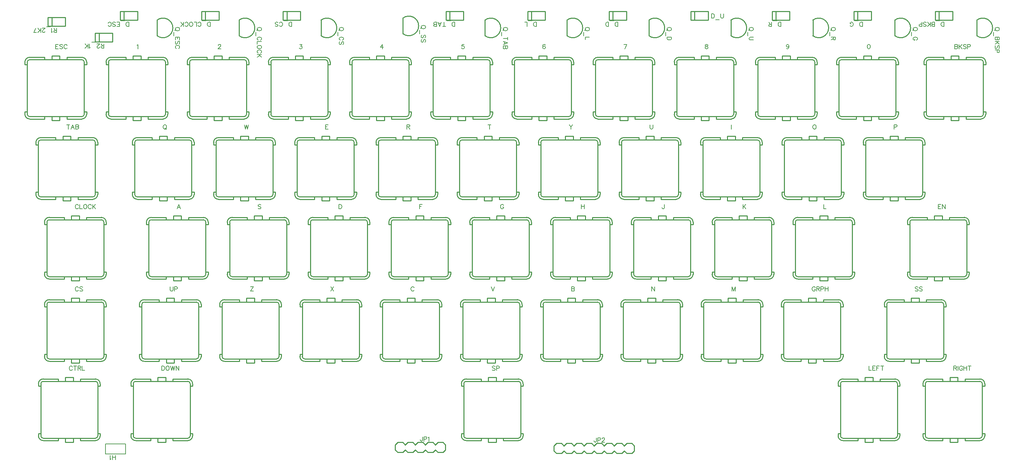
<source format=gto>
G04 Layer: TopSilkLayer*
G04 EasyEDA v6.4.5, 2020-09-13T21:27:01+03:00*
G04 63316e0368094ceea4197b1f53c500b6,10*
G04 Gerber Generator version 0.2*
G04 Scale: 100 percent, Rotated: No, Reflected: No *
G04 Dimensions in millimeters *
G04 leading zeros omitted , absolute positions ,3 integer and 3 decimal *
%FSLAX33Y33*%
%MOMM*%
G90*
G71D02*

%ADD10C,0.254000*%
%ADD12C,0.203200*%
%ADD21C,0.152400*%

%LPD*%
G54D10*
G01X29534Y103338D02*
G01X31334Y103338D01*
G01X31334Y104338D01*
G01X33334Y104338D01*
G01X33334Y103338D01*
G01X35134Y103338D01*
G01X35134Y103939D01*
G01X38934Y103939D01*
G01X25734Y103939D02*
G01X29534Y103939D01*
G01X29534Y103338D01*
G01X25734Y103338D01*
G01X40134Y102738D02*
G01X40134Y102138D01*
G01X39534Y102138D01*
G01X39534Y102738D01*
G01X39534Y102138D02*
G01X39534Y90139D01*
G01X40134Y90139D01*
G01X40134Y89539D01*
G01X38934Y88338D02*
G01X35134Y88338D01*
G01X35134Y88939D01*
G01X38934Y88939D01*
G01X35134Y88939D02*
G01X33334Y88939D01*
G01X33334Y87939D01*
G01X31334Y87939D01*
G01X31334Y88939D01*
G01X29534Y88939D01*
G01X29534Y88338D01*
G01X25734Y88338D01*
G01X24534Y89539D02*
G01X24534Y90139D01*
G01X25134Y90139D01*
G01X25134Y89539D01*
G01X25134Y90139D02*
G01X25134Y102138D01*
G01X24534Y102138D01*
G01X24534Y102738D01*
G01X31334Y103338D02*
G01X33334Y103338D01*
G01X35134Y103338D02*
G01X38934Y103338D01*
G01X39534Y90139D02*
G01X39534Y89539D01*
G01X33334Y88939D02*
G01X31334Y88939D01*
G01X29534Y88939D02*
G01X25734Y88939D01*
G01X25134Y102138D02*
G01X25134Y102738D01*
G01X50057Y103338D02*
G01X51857Y103338D01*
G01X51857Y104338D01*
G01X53857Y104338D01*
G01X53857Y103338D01*
G01X55657Y103338D01*
G01X55657Y103939D01*
G01X59457Y103939D01*
G01X46257Y103939D02*
G01X50057Y103939D01*
G01X50057Y103338D01*
G01X46257Y103338D01*
G01X60657Y102738D02*
G01X60657Y102138D01*
G01X60057Y102138D01*
G01X60057Y102738D01*
G01X60057Y102138D02*
G01X60057Y90139D01*
G01X60657Y90139D01*
G01X60657Y89539D01*
G01X59457Y88338D02*
G01X55657Y88338D01*
G01X55657Y88939D01*
G01X59457Y88939D01*
G01X55657Y88939D02*
G01X53857Y88939D01*
G01X53857Y87939D01*
G01X51857Y87939D01*
G01X51857Y88939D01*
G01X50057Y88939D01*
G01X50057Y88338D01*
G01X46257Y88338D01*
G01X45057Y89539D02*
G01X45057Y90139D01*
G01X45657Y90139D01*
G01X45657Y89539D01*
G01X45657Y90139D02*
G01X45657Y102138D01*
G01X45057Y102138D01*
G01X45057Y102738D01*
G01X51857Y103338D02*
G01X53857Y103338D01*
G01X55657Y103338D02*
G01X59457Y103338D01*
G01X60057Y90139D02*
G01X60057Y89539D01*
G01X53857Y88939D02*
G01X51857Y88939D01*
G01X50057Y88939D02*
G01X46257Y88939D01*
G01X45657Y102138D02*
G01X45657Y102738D01*
G01X70580Y103338D02*
G01X72380Y103338D01*
G01X72380Y104338D01*
G01X74380Y104338D01*
G01X74380Y103338D01*
G01X76180Y103338D01*
G01X76180Y103939D01*
G01X79980Y103939D01*
G01X66780Y103939D02*
G01X70580Y103939D01*
G01X70580Y103338D01*
G01X66780Y103338D01*
G01X81180Y102738D02*
G01X81180Y102138D01*
G01X80580Y102138D01*
G01X80580Y102738D01*
G01X80580Y102138D02*
G01X80580Y90139D01*
G01X81180Y90139D01*
G01X81180Y89539D01*
G01X79980Y88338D02*
G01X76180Y88338D01*
G01X76180Y88939D01*
G01X79980Y88939D01*
G01X76180Y88939D02*
G01X74380Y88939D01*
G01X74380Y87939D01*
G01X72380Y87939D01*
G01X72380Y88939D01*
G01X70580Y88939D01*
G01X70580Y88338D01*
G01X66780Y88338D01*
G01X65580Y89539D02*
G01X65580Y90139D01*
G01X66180Y90139D01*
G01X66180Y89539D01*
G01X66180Y90139D02*
G01X66180Y102138D01*
G01X65580Y102138D01*
G01X65580Y102738D01*
G01X72380Y103338D02*
G01X74380Y103338D01*
G01X76180Y103338D02*
G01X79980Y103338D01*
G01X80580Y90139D02*
G01X80580Y89539D01*
G01X74380Y88939D02*
G01X72380Y88939D01*
G01X70580Y88939D02*
G01X66780Y88939D01*
G01X66180Y102138D02*
G01X66180Y102738D01*
G01X91103Y103338D02*
G01X92903Y103338D01*
G01X92903Y104338D01*
G01X94903Y104338D01*
G01X94903Y103338D01*
G01X96703Y103338D01*
G01X96703Y103939D01*
G01X100503Y103939D01*
G01X87303Y103939D02*
G01X91103Y103939D01*
G01X91103Y103338D01*
G01X87303Y103338D01*
G01X101703Y102738D02*
G01X101703Y102138D01*
G01X101103Y102138D01*
G01X101103Y102738D01*
G01X101103Y102138D02*
G01X101103Y90139D01*
G01X101703Y90139D01*
G01X101703Y89539D01*
G01X100503Y88338D02*
G01X96703Y88338D01*
G01X96703Y88939D01*
G01X100503Y88939D01*
G01X96703Y88939D02*
G01X94903Y88939D01*
G01X94903Y87939D01*
G01X92903Y87939D01*
G01X92903Y88939D01*
G01X91103Y88939D01*
G01X91103Y88338D01*
G01X87303Y88338D01*
G01X86103Y89539D02*
G01X86103Y90139D01*
G01X86703Y90139D01*
G01X86703Y89539D01*
G01X86703Y90139D02*
G01X86703Y102138D01*
G01X86103Y102138D01*
G01X86103Y102738D01*
G01X92903Y103338D02*
G01X94903Y103338D01*
G01X96703Y103338D02*
G01X100503Y103338D01*
G01X101103Y90139D02*
G01X101103Y89539D01*
G01X94903Y88939D02*
G01X92903Y88939D01*
G01X91103Y88939D02*
G01X87303Y88939D01*
G01X86703Y102138D02*
G01X86703Y102738D01*
G01X111626Y103338D02*
G01X113426Y103338D01*
G01X113426Y104338D01*
G01X115426Y104338D01*
G01X115426Y103338D01*
G01X117227Y103338D01*
G01X117227Y103939D01*
G01X121026Y103939D01*
G01X107827Y103939D02*
G01X111626Y103939D01*
G01X111626Y103338D01*
G01X107827Y103338D01*
G01X122227Y102738D02*
G01X122227Y102138D01*
G01X121626Y102138D01*
G01X121626Y102738D01*
G01X121626Y102138D02*
G01X121626Y90139D01*
G01X122227Y90139D01*
G01X122227Y89539D01*
G01X121026Y88338D02*
G01X117227Y88338D01*
G01X117227Y88939D01*
G01X121026Y88939D01*
G01X117227Y88939D02*
G01X115426Y88939D01*
G01X115426Y87939D01*
G01X113426Y87939D01*
G01X113426Y88939D01*
G01X111626Y88939D01*
G01X111626Y88338D01*
G01X107827Y88338D01*
G01X106626Y89539D02*
G01X106626Y90139D01*
G01X107227Y90139D01*
G01X107227Y89539D01*
G01X107227Y90139D02*
G01X107227Y102138D01*
G01X106626Y102138D01*
G01X106626Y102738D01*
G01X113426Y103338D02*
G01X115426Y103338D01*
G01X117227Y103338D02*
G01X121026Y103338D01*
G01X121626Y90139D02*
G01X121626Y89539D01*
G01X115426Y88939D02*
G01X113426Y88939D01*
G01X111626Y88939D02*
G01X107827Y88939D01*
G01X107227Y102138D02*
G01X107227Y102738D01*
G01X132150Y103338D02*
G01X133950Y103338D01*
G01X133950Y104338D01*
G01X135950Y104338D01*
G01X135950Y103338D01*
G01X137750Y103338D01*
G01X137750Y103939D01*
G01X141550Y103939D01*
G01X128350Y103939D02*
G01X132150Y103939D01*
G01X132150Y103338D01*
G01X128350Y103338D01*
G01X142750Y102738D02*
G01X142750Y102138D01*
G01X142150Y102138D01*
G01X142150Y102738D01*
G01X142150Y102138D02*
G01X142150Y90139D01*
G01X142750Y90139D01*
G01X142750Y89539D01*
G01X141550Y88338D02*
G01X137750Y88338D01*
G01X137750Y88939D01*
G01X141550Y88939D01*
G01X137750Y88939D02*
G01X135950Y88939D01*
G01X135950Y87939D01*
G01X133950Y87939D01*
G01X133950Y88939D01*
G01X132150Y88939D01*
G01X132150Y88338D01*
G01X128350Y88338D01*
G01X127150Y89539D02*
G01X127150Y90139D01*
G01X127750Y90139D01*
G01X127750Y89539D01*
G01X127750Y90139D02*
G01X127750Y102138D01*
G01X127150Y102138D01*
G01X127150Y102738D01*
G01X133950Y103338D02*
G01X135950Y103338D01*
G01X137750Y103338D02*
G01X141550Y103338D01*
G01X142150Y90139D02*
G01X142150Y89539D01*
G01X135950Y88939D02*
G01X133950Y88939D01*
G01X132150Y88939D02*
G01X128350Y88939D01*
G01X127750Y102138D02*
G01X127750Y102738D01*
G01X152673Y103338D02*
G01X154473Y103338D01*
G01X154473Y104338D01*
G01X156473Y104338D01*
G01X156473Y103338D01*
G01X158273Y103338D01*
G01X158273Y103939D01*
G01X162073Y103939D01*
G01X148873Y103939D02*
G01X152673Y103939D01*
G01X152673Y103338D01*
G01X148873Y103338D01*
G01X163273Y102738D02*
G01X163273Y102138D01*
G01X162673Y102138D01*
G01X162673Y102738D01*
G01X162673Y102138D02*
G01X162673Y90139D01*
G01X163273Y90139D01*
G01X163273Y89539D01*
G01X162073Y88338D02*
G01X158273Y88338D01*
G01X158273Y88939D01*
G01X162073Y88939D01*
G01X158273Y88939D02*
G01X156473Y88939D01*
G01X156473Y87939D01*
G01X154473Y87939D01*
G01X154473Y88939D01*
G01X152673Y88939D01*
G01X152673Y88338D01*
G01X148873Y88338D01*
G01X147673Y89539D02*
G01X147673Y90139D01*
G01X148273Y90139D01*
G01X148273Y89539D01*
G01X148273Y90139D02*
G01X148273Y102138D01*
G01X147673Y102138D01*
G01X147673Y102738D01*
G01X154473Y103338D02*
G01X156473Y103338D01*
G01X158273Y103338D02*
G01X162073Y103338D01*
G01X162673Y90139D02*
G01X162673Y89539D01*
G01X156473Y88939D02*
G01X154473Y88939D01*
G01X152673Y88939D02*
G01X148873Y88939D01*
G01X148273Y102138D02*
G01X148273Y102738D01*
G01X173196Y103338D02*
G01X174996Y103338D01*
G01X174996Y104338D01*
G01X176996Y104338D01*
G01X176996Y103338D01*
G01X178796Y103338D01*
G01X178796Y103939D01*
G01X182596Y103939D01*
G01X169396Y103939D02*
G01X173196Y103939D01*
G01X173196Y103338D01*
G01X169396Y103338D01*
G01X183796Y102738D02*
G01X183796Y102138D01*
G01X183196Y102138D01*
G01X183196Y102738D01*
G01X183196Y102138D02*
G01X183196Y90139D01*
G01X183796Y90139D01*
G01X183796Y89539D01*
G01X182596Y88338D02*
G01X178796Y88338D01*
G01X178796Y88939D01*
G01X182596Y88939D01*
G01X178796Y88939D02*
G01X176996Y88939D01*
G01X176996Y87939D01*
G01X174996Y87939D01*
G01X174996Y88939D01*
G01X173196Y88939D01*
G01X173196Y88338D01*
G01X169396Y88338D01*
G01X168196Y89539D02*
G01X168196Y90139D01*
G01X168796Y90139D01*
G01X168796Y89539D01*
G01X168796Y90139D02*
G01X168796Y102138D01*
G01X168196Y102138D01*
G01X168196Y102738D01*
G01X174996Y103338D02*
G01X176996Y103338D01*
G01X178796Y103338D02*
G01X182596Y103338D01*
G01X183196Y90139D02*
G01X183196Y89539D01*
G01X176996Y88939D02*
G01X174996Y88939D01*
G01X173196Y88939D02*
G01X169396Y88939D01*
G01X168796Y102138D02*
G01X168796Y102738D01*
G01X193719Y103338D02*
G01X195519Y103338D01*
G01X195519Y104338D01*
G01X197519Y104338D01*
G01X197519Y103338D01*
G01X199319Y103338D01*
G01X199319Y103939D01*
G01X203119Y103939D01*
G01X189919Y103939D02*
G01X193719Y103939D01*
G01X193719Y103338D01*
G01X189919Y103338D01*
G01X204319Y102738D02*
G01X204319Y102138D01*
G01X203719Y102138D01*
G01X203719Y102738D01*
G01X203719Y102138D02*
G01X203719Y90139D01*
G01X204319Y90139D01*
G01X204319Y89539D01*
G01X203119Y88338D02*
G01X199319Y88338D01*
G01X199319Y88939D01*
G01X203119Y88939D01*
G01X199319Y88939D02*
G01X197519Y88939D01*
G01X197519Y87939D01*
G01X195519Y87939D01*
G01X195519Y88939D01*
G01X193719Y88939D01*
G01X193719Y88338D01*
G01X189919Y88338D01*
G01X188719Y89539D02*
G01X188719Y90139D01*
G01X189319Y90139D01*
G01X189319Y89539D01*
G01X189319Y90139D02*
G01X189319Y102138D01*
G01X188719Y102138D01*
G01X188719Y102738D01*
G01X195519Y103338D02*
G01X197519Y103338D01*
G01X199319Y103338D02*
G01X203119Y103338D01*
G01X203719Y90139D02*
G01X203719Y89539D01*
G01X197519Y88939D02*
G01X195519Y88939D01*
G01X193719Y88939D02*
G01X189919Y88939D01*
G01X189319Y102138D02*
G01X189319Y102738D01*
G01X140970Y6223D02*
G01X142240Y6223D01*
G01X142875Y5588D01*
G01X143510Y6223D01*
G01X144780Y6223D01*
G01X145415Y5588D01*
G01X146050Y6223D01*
G01X147320Y6223D01*
G01X147955Y5588D01*
G01X148590Y6223D01*
G01X149860Y6223D01*
G01X150495Y5588D01*
G01X151130Y6223D01*
G01X152400Y6223D01*
G01X153035Y5588D01*
G01X153670Y6223D01*
G01X154940Y6223D01*
G01X155575Y5588D01*
G01X156210Y6223D01*
G01X157480Y6223D01*
G01X158115Y5588D01*
G01X158115Y4318D01*
G01X157480Y3683D01*
G01X156210Y3683D01*
G01X155575Y4318D01*
G01X154940Y3683D01*
G01X153670Y3683D01*
G01X153035Y4318D01*
G01X152400Y3683D01*
G01X151130Y3683D01*
G01X150495Y4318D01*
G01X149860Y3683D01*
G01X148590Y3683D01*
G01X147955Y4318D01*
G01X147320Y3683D01*
G01X146050Y3683D01*
G01X145415Y4318D01*
G01X144780Y3683D01*
G01X143510Y3683D01*
G01X142875Y4318D01*
G01X142240Y3683D01*
G01X140970Y3683D01*
G01X140335Y4318D01*
G01X139700Y3683D01*
G01X138430Y3683D01*
G01X137795Y4318D01*
G01X137795Y5588D01*
G01X138430Y6223D01*
G01X139700Y6223D01*
G01X140335Y5588D01*
G01X140970Y6223D01*
G01X97663Y5842D02*
G01X98298Y6477D01*
G01X99568Y6477D01*
G01X100203Y5842D01*
G01X100838Y6477D01*
G01X102108Y6477D01*
G01X102743Y5842D01*
G01X103378Y6477D01*
G01X104648Y6477D01*
G01X105283Y5842D01*
G01X105918Y6477D01*
G01X107188Y6477D01*
G01X107823Y5842D01*
G01X108458Y6477D01*
G01X109728Y6477D01*
G01X110363Y5842D01*
G01X110363Y4572D01*
G01X109728Y3937D01*
G01X108458Y3937D01*
G01X107823Y4572D01*
G01X107188Y3937D01*
G01X105918Y3937D01*
G01X105283Y4572D01*
G01X104648Y3937D01*
G01X103378Y3937D01*
G01X102743Y4572D01*
G01X102108Y3937D01*
G01X100838Y3937D01*
G01X100203Y4572D01*
G01X99568Y3937D01*
G01X98298Y3937D01*
G01X97663Y4572D01*
G01X97663Y5842D01*
G01X36188Y83018D02*
G01X37989Y83018D01*
G01X37989Y84018D01*
G01X39988Y84018D01*
G01X39988Y83018D01*
G01X41789Y83018D01*
G01X41789Y83619D01*
G01X45588Y83619D01*
G01X32389Y83619D02*
G01X36188Y83619D01*
G01X36188Y83018D01*
G01X32389Y83018D01*
G01X46789Y82418D02*
G01X46789Y81818D01*
G01X46188Y81818D01*
G01X46188Y82418D01*
G01X46188Y81818D02*
G01X46188Y69819D01*
G01X46789Y69819D01*
G01X46789Y69219D01*
G01X45588Y68018D02*
G01X41789Y68018D01*
G01X41789Y68619D01*
G01X45588Y68619D01*
G01X41789Y68619D02*
G01X39988Y68619D01*
G01X39988Y67619D01*
G01X37989Y67619D01*
G01X37989Y68619D01*
G01X36188Y68619D01*
G01X36188Y68018D01*
G01X32389Y68018D01*
G01X31188Y69219D02*
G01X31188Y69819D01*
G01X31789Y69819D01*
G01X31789Y69219D01*
G01X31789Y69819D02*
G01X31789Y81818D01*
G01X31188Y81818D01*
G01X31188Y82418D01*
G01X37989Y83018D02*
G01X39988Y83018D01*
G01X41789Y83018D02*
G01X45588Y83018D01*
G01X46188Y69819D02*
G01X46188Y69219D01*
G01X39988Y68619D02*
G01X37989Y68619D01*
G01X36188Y68619D02*
G01X32389Y68619D01*
G01X31789Y81818D02*
G01X31789Y82418D01*
G01X39744Y62825D02*
G01X41545Y62825D01*
G01X41545Y63825D01*
G01X43544Y63825D01*
G01X43544Y62825D01*
G01X45345Y62825D01*
G01X45345Y63426D01*
G01X49144Y63426D01*
G01X35945Y63426D02*
G01X39744Y63426D01*
G01X39744Y62825D01*
G01X35945Y62825D01*
G01X50345Y62225D02*
G01X50345Y61625D01*
G01X49744Y61625D01*
G01X49744Y62225D01*
G01X49744Y61625D02*
G01X49744Y49626D01*
G01X50345Y49626D01*
G01X50345Y49026D01*
G01X49144Y47825D02*
G01X45345Y47825D01*
G01X45345Y48426D01*
G01X49144Y48426D01*
G01X45345Y48426D02*
G01X43544Y48426D01*
G01X43544Y47426D01*
G01X41545Y47426D01*
G01X41545Y48426D01*
G01X39744Y48426D01*
G01X39744Y47825D01*
G01X35945Y47825D01*
G01X34744Y49026D02*
G01X34744Y49626D01*
G01X35345Y49626D01*
G01X35345Y49026D01*
G01X35345Y49626D02*
G01X35345Y61625D01*
G01X34744Y61625D01*
G01X34744Y62225D01*
G01X41545Y62825D02*
G01X43544Y62825D01*
G01X45345Y62825D02*
G01X49144Y62825D01*
G01X49744Y49626D02*
G01X49744Y49026D01*
G01X43544Y48426D02*
G01X41545Y48426D01*
G01X39744Y48426D02*
G01X35945Y48426D01*
G01X35345Y61625D02*
G01X35345Y62225D01*
G01X13963Y41997D02*
G01X15764Y41997D01*
G01X15764Y42997D01*
G01X17763Y42997D01*
G01X17763Y41997D01*
G01X19564Y41997D01*
G01X19564Y42598D01*
G01X23363Y42598D01*
G01X10164Y42598D02*
G01X13963Y42598D01*
G01X13963Y41997D01*
G01X10164Y41997D01*
G01X24564Y41397D02*
G01X24564Y40797D01*
G01X23963Y40797D01*
G01X23963Y41397D01*
G01X23963Y40797D02*
G01X23963Y28798D01*
G01X24564Y28798D01*
G01X24564Y28198D01*
G01X23363Y26997D02*
G01X19564Y26997D01*
G01X19564Y27598D01*
G01X23363Y27598D01*
G01X19564Y27598D02*
G01X17763Y27598D01*
G01X17763Y26598D01*
G01X15764Y26598D01*
G01X15764Y27598D01*
G01X13963Y27598D01*
G01X13963Y26997D01*
G01X10164Y26997D01*
G01X8963Y28198D02*
G01X8963Y28798D01*
G01X9564Y28798D01*
G01X9564Y28198D01*
G01X9564Y28798D02*
G01X9564Y40797D01*
G01X8963Y40797D01*
G01X8963Y41397D01*
G01X15764Y41997D02*
G01X17763Y41997D01*
G01X19564Y41997D02*
G01X23363Y41997D01*
G01X23963Y28798D02*
G01X23963Y28198D01*
G01X17763Y27598D02*
G01X15764Y27598D01*
G01X13963Y27598D02*
G01X10164Y27598D01*
G01X9564Y40797D02*
G01X9564Y41397D01*
G01X58255Y41997D02*
G01X60055Y41997D01*
G01X60055Y42997D01*
G01X62055Y42997D01*
G01X62055Y41997D01*
G01X63855Y41997D01*
G01X63855Y42598D01*
G01X67655Y42598D01*
G01X54455Y42598D02*
G01X58255Y42598D01*
G01X58255Y41997D01*
G01X54455Y41997D01*
G01X68855Y41397D02*
G01X68855Y40797D01*
G01X68255Y40797D01*
G01X68255Y41397D01*
G01X68255Y40797D02*
G01X68255Y28798D01*
G01X68855Y28798D01*
G01X68855Y28198D01*
G01X67655Y26997D02*
G01X63855Y26997D01*
G01X63855Y27598D01*
G01X67655Y27598D01*
G01X63855Y27598D02*
G01X62055Y27598D01*
G01X62055Y26598D01*
G01X60055Y26598D01*
G01X60055Y27598D01*
G01X58255Y27598D01*
G01X58255Y26997D01*
G01X54455Y26997D01*
G01X53255Y28198D02*
G01X53255Y28798D01*
G01X53855Y28798D01*
G01X53855Y28198D01*
G01X53855Y28798D02*
G01X53855Y40797D01*
G01X53255Y40797D01*
G01X53255Y41397D01*
G01X60055Y41997D02*
G01X62055Y41997D01*
G01X63855Y41997D02*
G01X67655Y41997D01*
G01X68255Y28798D02*
G01X68255Y28198D01*
G01X62055Y27598D02*
G01X60055Y27598D01*
G01X58255Y27598D02*
G01X54455Y27598D01*
G01X53855Y40797D02*
G01X53855Y41397D01*
G01X60177Y62825D02*
G01X61977Y62825D01*
G01X61977Y63825D01*
G01X63977Y63825D01*
G01X63977Y62825D01*
G01X65777Y62825D01*
G01X65777Y63426D01*
G01X69577Y63426D01*
G01X56377Y63426D02*
G01X60177Y63426D01*
G01X60177Y62825D01*
G01X56377Y62825D01*
G01X70777Y62225D02*
G01X70777Y61625D01*
G01X70177Y61625D01*
G01X70177Y62225D01*
G01X70177Y61625D02*
G01X70177Y49626D01*
G01X70777Y49626D01*
G01X70777Y49026D01*
G01X69577Y47825D02*
G01X65777Y47825D01*
G01X65777Y48426D01*
G01X69577Y48426D01*
G01X65777Y48426D02*
G01X63977Y48426D01*
G01X63977Y47426D01*
G01X61977Y47426D01*
G01X61977Y48426D01*
G01X60177Y48426D01*
G01X60177Y47825D01*
G01X56377Y47825D01*
G01X55177Y49026D02*
G01X55177Y49626D01*
G01X55778Y49626D01*
G01X55778Y49026D01*
G01X55778Y49626D02*
G01X55778Y61625D01*
G01X55177Y61625D01*
G01X55177Y62225D01*
G01X61977Y62825D02*
G01X63977Y62825D01*
G01X65777Y62825D02*
G01X69577Y62825D01*
G01X70177Y49626D02*
G01X70177Y49026D01*
G01X63977Y48426D02*
G01X61977Y48426D01*
G01X60177Y48426D02*
G01X56377Y48426D01*
G01X55778Y61625D02*
G01X55778Y62225D01*
G01X56720Y83018D02*
G01X58520Y83018D01*
G01X58520Y84018D01*
G01X60520Y84018D01*
G01X60520Y83018D01*
G01X62320Y83018D01*
G01X62320Y83619D01*
G01X66120Y83619D01*
G01X52920Y83619D02*
G01X56720Y83619D01*
G01X56720Y83018D01*
G01X52920Y83018D01*
G01X67320Y82418D02*
G01X67320Y81818D01*
G01X66720Y81818D01*
G01X66720Y82418D01*
G01X66720Y81818D02*
G01X66720Y69819D01*
G01X67320Y69819D01*
G01X67320Y69219D01*
G01X66120Y68018D02*
G01X62320Y68018D01*
G01X62320Y68619D01*
G01X66120Y68619D01*
G01X62320Y68619D02*
G01X60520Y68619D01*
G01X60520Y67619D01*
G01X58520Y67619D01*
G01X58520Y68619D01*
G01X56720Y68619D01*
G01X56720Y68018D01*
G01X52920Y68018D01*
G01X51720Y69219D02*
G01X51720Y69819D01*
G01X52320Y69819D01*
G01X52320Y69219D01*
G01X52320Y69819D02*
G01X52320Y81818D01*
G01X51720Y81818D01*
G01X51720Y82418D01*
G01X58520Y83018D02*
G01X60520Y83018D01*
G01X62320Y83018D02*
G01X66120Y83018D01*
G01X66720Y69819D02*
G01X66720Y69219D01*
G01X60520Y68619D02*
G01X58520Y68619D01*
G01X56720Y68619D02*
G01X52920Y68619D01*
G01X52320Y81818D02*
G01X52320Y82418D01*
G01X78543Y41997D02*
G01X80343Y41997D01*
G01X80343Y42997D01*
G01X82343Y42997D01*
G01X82343Y41997D01*
G01X84143Y41997D01*
G01X84143Y42598D01*
G01X87943Y42598D01*
G01X74743Y42598D02*
G01X78543Y42598D01*
G01X78543Y41997D01*
G01X74743Y41997D01*
G01X89143Y41397D02*
G01X89143Y40797D01*
G01X88543Y40797D01*
G01X88543Y41397D01*
G01X88543Y40797D02*
G01X88543Y28798D01*
G01X89143Y28798D01*
G01X89143Y28198D01*
G01X87943Y26997D02*
G01X84143Y26997D01*
G01X84143Y27598D01*
G01X87943Y27598D01*
G01X84143Y27598D02*
G01X82343Y27598D01*
G01X82343Y26598D01*
G01X80343Y26598D01*
G01X80343Y27598D01*
G01X78543Y27598D01*
G01X78543Y26997D01*
G01X74743Y26997D01*
G01X73543Y28198D02*
G01X73543Y28798D01*
G01X74143Y28798D01*
G01X74143Y28198D01*
G01X74143Y28798D02*
G01X74143Y40797D01*
G01X73543Y40797D01*
G01X73543Y41397D01*
G01X80343Y41997D02*
G01X82343Y41997D01*
G01X84143Y41997D02*
G01X87943Y41997D01*
G01X88543Y28798D02*
G01X88543Y28198D01*
G01X82343Y27598D02*
G01X80343Y27598D01*
G01X78543Y27598D02*
G01X74743Y27598D01*
G01X74143Y40797D02*
G01X74143Y41397D01*
G01X80610Y62825D02*
G01X82410Y62825D01*
G01X82410Y63825D01*
G01X84410Y63825D01*
G01X84410Y62825D01*
G01X86210Y62825D01*
G01X86210Y63426D01*
G01X90010Y63426D01*
G01X76810Y63426D02*
G01X80610Y63426D01*
G01X80610Y62825D01*
G01X76810Y62825D01*
G01X91210Y62225D02*
G01X91210Y61625D01*
G01X90610Y61625D01*
G01X90610Y62225D01*
G01X90610Y61625D02*
G01X90610Y49626D01*
G01X91210Y49626D01*
G01X91210Y49026D01*
G01X90010Y47825D02*
G01X86210Y47825D01*
G01X86210Y48426D01*
G01X90010Y48426D01*
G01X86210Y48426D02*
G01X84410Y48426D01*
G01X84410Y47426D01*
G01X82410Y47426D01*
G01X82410Y48426D01*
G01X80610Y48426D01*
G01X80610Y47825D01*
G01X76810Y47825D01*
G01X75610Y49026D02*
G01X75610Y49626D01*
G01X76210Y49626D01*
G01X76210Y49026D01*
G01X76210Y49626D02*
G01X76210Y61625D01*
G01X75610Y61625D01*
G01X75610Y62225D01*
G01X82410Y62825D02*
G01X84410Y62825D01*
G01X86210Y62825D02*
G01X90010Y62825D01*
G01X90610Y49626D02*
G01X90610Y49026D01*
G01X84410Y48426D02*
G01X82410Y48426D01*
G01X80610Y48426D02*
G01X76810Y48426D01*
G01X76210Y61625D02*
G01X76210Y62225D01*
G01X77252Y83018D02*
G01X79052Y83018D01*
G01X79052Y84018D01*
G01X81052Y84018D01*
G01X81052Y83018D01*
G01X82852Y83018D01*
G01X82852Y83619D01*
G01X86652Y83619D01*
G01X73452Y83619D02*
G01X77252Y83619D01*
G01X77252Y83018D01*
G01X73452Y83018D01*
G01X87852Y82418D02*
G01X87852Y81818D01*
G01X87252Y81818D01*
G01X87252Y82418D01*
G01X87252Y81818D02*
G01X87252Y69819D01*
G01X87852Y69819D01*
G01X87852Y69219D01*
G01X86652Y68018D02*
G01X82852Y68018D01*
G01X82852Y68619D01*
G01X86652Y68619D01*
G01X82852Y68619D02*
G01X81052Y68619D01*
G01X81052Y67619D01*
G01X79052Y67619D01*
G01X79052Y68619D01*
G01X77252Y68619D01*
G01X77252Y68018D01*
G01X73452Y68018D01*
G01X72252Y69219D02*
G01X72252Y69819D01*
G01X72852Y69819D01*
G01X72852Y69219D01*
G01X72852Y69819D02*
G01X72852Y81818D01*
G01X72252Y81818D01*
G01X72252Y82418D01*
G01X79052Y83018D02*
G01X81052Y83018D01*
G01X82852Y83018D02*
G01X86652Y83018D01*
G01X87252Y69819D02*
G01X87252Y69219D01*
G01X81052Y68619D02*
G01X79052Y68619D01*
G01X77252Y68619D02*
G01X73452Y68619D01*
G01X72852Y81818D02*
G01X72852Y82418D01*
G01X98831Y41997D02*
G01X100631Y41997D01*
G01X100631Y42997D01*
G01X102631Y42997D01*
G01X102631Y41997D01*
G01X104431Y41997D01*
G01X104431Y42598D01*
G01X108231Y42598D01*
G01X95031Y42598D02*
G01X98831Y42598D01*
G01X98831Y41997D01*
G01X95031Y41997D01*
G01X109431Y41397D02*
G01X109431Y40797D01*
G01X108831Y40797D01*
G01X108831Y41397D01*
G01X108831Y40797D02*
G01X108831Y28798D01*
G01X109431Y28798D01*
G01X109431Y28198D01*
G01X108231Y26997D02*
G01X104431Y26997D01*
G01X104431Y27598D01*
G01X108231Y27598D01*
G01X104431Y27598D02*
G01X102631Y27598D01*
G01X102631Y26598D01*
G01X100631Y26598D01*
G01X100631Y27598D01*
G01X98831Y27598D01*
G01X98831Y26997D01*
G01X95031Y26997D01*
G01X93831Y28198D02*
G01X93831Y28798D01*
G01X94431Y28798D01*
G01X94431Y28198D01*
G01X94431Y28798D02*
G01X94431Y40797D01*
G01X93831Y40797D01*
G01X93831Y41397D01*
G01X100631Y41997D02*
G01X102631Y41997D01*
G01X104431Y41997D02*
G01X108231Y41997D01*
G01X108831Y28798D02*
G01X108831Y28198D01*
G01X102631Y27598D02*
G01X100631Y27598D01*
G01X98831Y27598D02*
G01X95031Y27598D01*
G01X94431Y40797D02*
G01X94431Y41397D01*
G01X101043Y62825D02*
G01X102843Y62825D01*
G01X102843Y63825D01*
G01X104843Y63825D01*
G01X104843Y62825D01*
G01X106643Y62825D01*
G01X106643Y63426D01*
G01X110443Y63426D01*
G01X97243Y63426D02*
G01X101043Y63426D01*
G01X101043Y62825D01*
G01X97243Y62825D01*
G01X111643Y62225D02*
G01X111643Y61625D01*
G01X111043Y61625D01*
G01X111043Y62225D01*
G01X111043Y61625D02*
G01X111043Y49626D01*
G01X111643Y49626D01*
G01X111643Y49026D01*
G01X110443Y47825D02*
G01X106643Y47825D01*
G01X106643Y48426D01*
G01X110443Y48426D01*
G01X106643Y48426D02*
G01X104843Y48426D01*
G01X104843Y47426D01*
G01X102843Y47426D01*
G01X102843Y48426D01*
G01X101043Y48426D01*
G01X101043Y47825D01*
G01X97243Y47825D01*
G01X96043Y49026D02*
G01X96043Y49626D01*
G01X96643Y49626D01*
G01X96643Y49026D01*
G01X96643Y49626D02*
G01X96643Y61625D01*
G01X96043Y61625D01*
G01X96043Y62225D01*
G01X102843Y62825D02*
G01X104843Y62825D01*
G01X106643Y62825D02*
G01X110443Y62825D01*
G01X111043Y49626D02*
G01X111043Y49026D01*
G01X104843Y48426D02*
G01X102843Y48426D01*
G01X101043Y48426D02*
G01X97243Y48426D01*
G01X96643Y61625D02*
G01X96643Y62225D01*
G01X97783Y83018D02*
G01X99584Y83018D01*
G01X99584Y84018D01*
G01X101583Y84018D01*
G01X101583Y83018D01*
G01X103384Y83018D01*
G01X103384Y83619D01*
G01X107183Y83619D01*
G01X93984Y83619D02*
G01X97783Y83619D01*
G01X97783Y83018D01*
G01X93984Y83018D01*
G01X108384Y82418D02*
G01X108384Y81818D01*
G01X107783Y81818D01*
G01X107783Y82418D01*
G01X107783Y81818D02*
G01X107783Y69819D01*
G01X108384Y69819D01*
G01X108384Y69219D01*
G01X107183Y68018D02*
G01X103384Y68018D01*
G01X103384Y68619D01*
G01X107183Y68619D01*
G01X103384Y68619D02*
G01X101583Y68619D01*
G01X101583Y67619D01*
G01X99584Y67619D01*
G01X99584Y68619D01*
G01X97783Y68619D01*
G01X97783Y68018D01*
G01X93984Y68018D01*
G01X92783Y69219D02*
G01X92783Y69819D01*
G01X93384Y69819D01*
G01X93384Y69219D01*
G01X93384Y69819D02*
G01X93384Y81818D01*
G01X92783Y81818D01*
G01X92783Y82418D01*
G01X99584Y83018D02*
G01X101583Y83018D01*
G01X103384Y83018D02*
G01X107183Y83018D01*
G01X107783Y69819D02*
G01X107783Y69219D01*
G01X101583Y68619D02*
G01X99584Y68619D01*
G01X97783Y68619D02*
G01X93984Y68619D01*
G01X93384Y81818D02*
G01X93384Y82418D01*
G01X119119Y41997D02*
G01X120920Y41997D01*
G01X120920Y42997D01*
G01X122919Y42997D01*
G01X122919Y41997D01*
G01X124720Y41997D01*
G01X124720Y42598D01*
G01X128519Y42598D01*
G01X115320Y42598D02*
G01X119119Y42598D01*
G01X119119Y41997D01*
G01X115320Y41997D01*
G01X129720Y41397D02*
G01X129720Y40797D01*
G01X129119Y40797D01*
G01X129119Y41397D01*
G01X129119Y40797D02*
G01X129119Y28798D01*
G01X129720Y28798D01*
G01X129720Y28198D01*
G01X128519Y26997D02*
G01X124720Y26997D01*
G01X124720Y27598D01*
G01X128519Y27598D01*
G01X124720Y27598D02*
G01X122919Y27598D01*
G01X122919Y26598D01*
G01X120920Y26598D01*
G01X120920Y27598D01*
G01X119119Y27598D01*
G01X119119Y26997D01*
G01X115320Y26997D01*
G01X114119Y28198D02*
G01X114119Y28798D01*
G01X114720Y28798D01*
G01X114720Y28198D01*
G01X114720Y28798D02*
G01X114720Y40797D01*
G01X114119Y40797D01*
G01X114119Y41397D01*
G01X120920Y41997D02*
G01X122919Y41997D01*
G01X124720Y41997D02*
G01X128519Y41997D01*
G01X129119Y28798D02*
G01X129119Y28198D01*
G01X122919Y27598D02*
G01X120920Y27598D01*
G01X119119Y27598D02*
G01X115320Y27598D01*
G01X114720Y40797D02*
G01X114720Y41397D01*
G01X121476Y62825D02*
G01X123276Y62825D01*
G01X123276Y63825D01*
G01X125276Y63825D01*
G01X125276Y62825D01*
G01X127076Y62825D01*
G01X127076Y63426D01*
G01X130876Y63426D01*
G01X117676Y63426D02*
G01X121476Y63426D01*
G01X121476Y62825D01*
G01X117676Y62825D01*
G01X132076Y62225D02*
G01X132076Y61625D01*
G01X131476Y61625D01*
G01X131476Y62225D01*
G01X131476Y61625D02*
G01X131476Y49626D01*
G01X132076Y49626D01*
G01X132076Y49026D01*
G01X130876Y47825D02*
G01X127076Y47825D01*
G01X127076Y48426D01*
G01X130876Y48426D01*
G01X127076Y48426D02*
G01X125276Y48426D01*
G01X125276Y47426D01*
G01X123276Y47426D01*
G01X123276Y48426D01*
G01X121476Y48426D01*
G01X121476Y47825D01*
G01X117676Y47825D01*
G01X116476Y49026D02*
G01X116476Y49626D01*
G01X117076Y49626D01*
G01X117076Y49026D01*
G01X117076Y49626D02*
G01X117076Y61625D01*
G01X116476Y61625D01*
G01X116476Y62225D01*
G01X123276Y62825D02*
G01X125276Y62825D01*
G01X127076Y62825D02*
G01X130876Y62825D01*
G01X131476Y49626D02*
G01X131476Y49026D01*
G01X125276Y48426D02*
G01X123276Y48426D01*
G01X121476Y48426D02*
G01X117676Y48426D01*
G01X117076Y61625D02*
G01X117076Y62225D01*
G01X118315Y83018D02*
G01X120115Y83018D01*
G01X120115Y84018D01*
G01X122115Y84018D01*
G01X122115Y83018D01*
G01X123915Y83018D01*
G01X123915Y83619D01*
G01X127715Y83619D01*
G01X114515Y83619D02*
G01X118315Y83619D01*
G01X118315Y83018D01*
G01X114515Y83018D01*
G01X128915Y82418D02*
G01X128915Y81818D01*
G01X128315Y81818D01*
G01X128315Y82418D01*
G01X128315Y81818D02*
G01X128315Y69819D01*
G01X128915Y69819D01*
G01X128915Y69219D01*
G01X127715Y68018D02*
G01X123915Y68018D01*
G01X123915Y68619D01*
G01X127715Y68619D01*
G01X123915Y68619D02*
G01X122115Y68619D01*
G01X122115Y67619D01*
G01X120115Y67619D01*
G01X120115Y68619D01*
G01X118315Y68619D01*
G01X118315Y68018D01*
G01X114515Y68018D01*
G01X113315Y69219D02*
G01X113315Y69819D01*
G01X113915Y69819D01*
G01X113915Y69219D01*
G01X113915Y69819D02*
G01X113915Y81818D01*
G01X113315Y81818D01*
G01X113315Y82418D01*
G01X120115Y83018D02*
G01X122115Y83018D01*
G01X123915Y83018D02*
G01X127715Y83018D01*
G01X128315Y69819D02*
G01X128315Y69219D01*
G01X122115Y68619D02*
G01X120115Y68619D01*
G01X118315Y68619D02*
G01X114515Y68619D01*
G01X113915Y81818D02*
G01X113915Y82418D01*
G01X139408Y41997D02*
G01X141208Y41997D01*
G01X141208Y42997D01*
G01X143208Y42997D01*
G01X143208Y41997D01*
G01X145008Y41997D01*
G01X145008Y42598D01*
G01X148808Y42598D01*
G01X135608Y42598D02*
G01X139408Y42598D01*
G01X139408Y41997D01*
G01X135608Y41997D01*
G01X150008Y41397D02*
G01X150008Y40797D01*
G01X149408Y40797D01*
G01X149408Y41397D01*
G01X149408Y40797D02*
G01X149408Y28798D01*
G01X150008Y28798D01*
G01X150008Y28198D01*
G01X148808Y26997D02*
G01X145008Y26997D01*
G01X145008Y27598D01*
G01X148808Y27598D01*
G01X145008Y27598D02*
G01X143208Y27598D01*
G01X143208Y26598D01*
G01X141208Y26598D01*
G01X141208Y27598D01*
G01X139408Y27598D01*
G01X139408Y26997D01*
G01X135608Y26997D01*
G01X134408Y28198D02*
G01X134408Y28798D01*
G01X135008Y28798D01*
G01X135008Y28198D01*
G01X135008Y28798D02*
G01X135008Y40797D01*
G01X134408Y40797D01*
G01X134408Y41397D01*
G01X141208Y41997D02*
G01X143208Y41997D01*
G01X145008Y41997D02*
G01X148808Y41997D01*
G01X149408Y28798D02*
G01X149408Y28198D01*
G01X143208Y27598D02*
G01X141208Y27598D01*
G01X139408Y27598D02*
G01X135608Y27598D01*
G01X135008Y40797D02*
G01X135008Y41397D01*
G01X141909Y62825D02*
G01X143709Y62825D01*
G01X143709Y63825D01*
G01X145709Y63825D01*
G01X145709Y62825D01*
G01X147509Y62825D01*
G01X147509Y63426D01*
G01X151309Y63426D01*
G01X138109Y63426D02*
G01X141909Y63426D01*
G01X141909Y62825D01*
G01X138109Y62825D01*
G01X152509Y62225D02*
G01X152509Y61625D01*
G01X151909Y61625D01*
G01X151909Y62225D01*
G01X151909Y61625D02*
G01X151909Y49626D01*
G01X152509Y49626D01*
G01X152509Y49026D01*
G01X151309Y47825D02*
G01X147509Y47825D01*
G01X147509Y48426D01*
G01X151309Y48426D01*
G01X147509Y48426D02*
G01X145709Y48426D01*
G01X145709Y47426D01*
G01X143709Y47426D01*
G01X143709Y48426D01*
G01X141909Y48426D01*
G01X141909Y47825D01*
G01X138109Y47825D01*
G01X136909Y49026D02*
G01X136909Y49626D01*
G01X137509Y49626D01*
G01X137509Y49026D01*
G01X137509Y49626D02*
G01X137509Y61625D01*
G01X136909Y61625D01*
G01X136909Y62225D01*
G01X143709Y62825D02*
G01X145709Y62825D01*
G01X147509Y62825D02*
G01X151309Y62825D01*
G01X151909Y49626D02*
G01X151909Y49026D01*
G01X145709Y48426D02*
G01X143709Y48426D01*
G01X141909Y48426D02*
G01X138109Y48426D01*
G01X137509Y61625D02*
G01X137509Y62225D01*
G01X138847Y83018D02*
G01X140647Y83018D01*
G01X140647Y84018D01*
G01X142647Y84018D01*
G01X142647Y83018D01*
G01X144447Y83018D01*
G01X144447Y83619D01*
G01X148247Y83619D01*
G01X135047Y83619D02*
G01X138847Y83619D01*
G01X138847Y83018D01*
G01X135047Y83018D01*
G01X149447Y82418D02*
G01X149447Y81818D01*
G01X148847Y81818D01*
G01X148847Y82418D01*
G01X148847Y81818D02*
G01X148847Y69819D01*
G01X149447Y69819D01*
G01X149447Y69219D01*
G01X148247Y68018D02*
G01X144447Y68018D01*
G01X144447Y68619D01*
G01X148247Y68619D01*
G01X144447Y68619D02*
G01X142647Y68619D01*
G01X142647Y67619D01*
G01X140647Y67619D01*
G01X140647Y68619D01*
G01X138847Y68619D01*
G01X138847Y68018D01*
G01X135047Y68018D01*
G01X133847Y69219D02*
G01X133847Y69819D01*
G01X134447Y69819D01*
G01X134447Y69219D01*
G01X134447Y69819D02*
G01X134447Y81818D01*
G01X133847Y81818D01*
G01X133847Y82418D01*
G01X140647Y83018D02*
G01X142647Y83018D01*
G01X144447Y83018D02*
G01X148247Y83018D01*
G01X148847Y69819D02*
G01X148847Y69219D01*
G01X142647Y68619D02*
G01X140647Y68619D01*
G01X138847Y68619D02*
G01X135047Y68619D01*
G01X134447Y81818D02*
G01X134447Y82418D01*
G01X159696Y41997D02*
G01X161496Y41997D01*
G01X161496Y42997D01*
G01X163496Y42997D01*
G01X163496Y41997D01*
G01X165296Y41997D01*
G01X165296Y42598D01*
G01X169096Y42598D01*
G01X155896Y42598D02*
G01X159696Y42598D01*
G01X159696Y41997D01*
G01X155896Y41997D01*
G01X170296Y41397D02*
G01X170296Y40797D01*
G01X169696Y40797D01*
G01X169696Y41397D01*
G01X169696Y40797D02*
G01X169696Y28798D01*
G01X170296Y28798D01*
G01X170296Y28198D01*
G01X169096Y26997D02*
G01X165296Y26997D01*
G01X165296Y27598D01*
G01X169096Y27598D01*
G01X165296Y27598D02*
G01X163496Y27598D01*
G01X163496Y26598D01*
G01X161496Y26598D01*
G01X161496Y27598D01*
G01X159696Y27598D01*
G01X159696Y26997D01*
G01X155896Y26997D01*
G01X154696Y28198D02*
G01X154696Y28798D01*
G01X155296Y28798D01*
G01X155296Y28198D01*
G01X155296Y28798D02*
G01X155296Y40797D01*
G01X154696Y40797D01*
G01X154696Y41397D01*
G01X161496Y41997D02*
G01X163496Y41997D01*
G01X165296Y41997D02*
G01X169096Y41997D01*
G01X169696Y28798D02*
G01X169696Y28198D01*
G01X163496Y27598D02*
G01X161496Y27598D01*
G01X159696Y27598D02*
G01X155896Y27598D01*
G01X155296Y40797D02*
G01X155296Y41397D01*
G01X162342Y62825D02*
G01X164142Y62825D01*
G01X164142Y63825D01*
G01X166142Y63825D01*
G01X166142Y62825D01*
G01X167942Y62825D01*
G01X167942Y63426D01*
G01X171742Y63426D01*
G01X158542Y63426D02*
G01X162342Y63426D01*
G01X162342Y62825D01*
G01X158542Y62825D01*
G01X172942Y62225D02*
G01X172942Y61625D01*
G01X172342Y61625D01*
G01X172342Y62225D01*
G01X172342Y61625D02*
G01X172342Y49626D01*
G01X172942Y49626D01*
G01X172942Y49026D01*
G01X171742Y47825D02*
G01X167942Y47825D01*
G01X167942Y48426D01*
G01X171742Y48426D01*
G01X167942Y48426D02*
G01X166142Y48426D01*
G01X166142Y47426D01*
G01X164142Y47426D01*
G01X164142Y48426D01*
G01X162342Y48426D01*
G01X162342Y47825D01*
G01X158542Y47825D01*
G01X157342Y49026D02*
G01X157342Y49626D01*
G01X157942Y49626D01*
G01X157942Y49026D01*
G01X157942Y49626D02*
G01X157942Y61625D01*
G01X157342Y61625D01*
G01X157342Y62225D01*
G01X164142Y62825D02*
G01X166142Y62825D01*
G01X167942Y62825D02*
G01X171742Y62825D01*
G01X172342Y49626D02*
G01X172342Y49026D01*
G01X166142Y48426D02*
G01X164142Y48426D01*
G01X162342Y48426D02*
G01X158542Y48426D01*
G01X157942Y61625D02*
G01X157942Y62225D01*
G01X159251Y83018D02*
G01X161052Y83018D01*
G01X161052Y84018D01*
G01X163051Y84018D01*
G01X163051Y83018D01*
G01X164852Y83018D01*
G01X164852Y83619D01*
G01X168651Y83619D01*
G01X155452Y83619D02*
G01X159251Y83619D01*
G01X159251Y83018D01*
G01X155452Y83018D01*
G01X169852Y82418D02*
G01X169852Y81818D01*
G01X169251Y81818D01*
G01X169251Y82418D01*
G01X169251Y81818D02*
G01X169251Y69819D01*
G01X169852Y69819D01*
G01X169852Y69219D01*
G01X168651Y68018D02*
G01X164852Y68018D01*
G01X164852Y68619D01*
G01X168651Y68619D01*
G01X164852Y68619D02*
G01X163051Y68619D01*
G01X163051Y67619D01*
G01X161052Y67619D01*
G01X161052Y68619D01*
G01X159251Y68619D01*
G01X159251Y68018D01*
G01X155452Y68018D01*
G01X154251Y69219D02*
G01X154251Y69819D01*
G01X154852Y69819D01*
G01X154852Y69219D01*
G01X154852Y69819D02*
G01X154852Y81818D01*
G01X154251Y81818D01*
G01X154251Y82418D01*
G01X161052Y83018D02*
G01X163051Y83018D01*
G01X164852Y83018D02*
G01X168651Y83018D01*
G01X169251Y69819D02*
G01X169251Y69219D01*
G01X163051Y68619D02*
G01X161052Y68619D01*
G01X159251Y68619D02*
G01X155452Y68619D01*
G01X154852Y81818D02*
G01X154852Y82418D01*
G01X179984Y41997D02*
G01X181784Y41997D01*
G01X181784Y42997D01*
G01X183784Y42997D01*
G01X183784Y41997D01*
G01X185584Y41997D01*
G01X185584Y42598D01*
G01X189384Y42598D01*
G01X176184Y42598D02*
G01X179984Y42598D01*
G01X179984Y41997D01*
G01X176184Y41997D01*
G01X190584Y41397D02*
G01X190584Y40797D01*
G01X189984Y40797D01*
G01X189984Y41397D01*
G01X189984Y40797D02*
G01X189984Y28798D01*
G01X190584Y28798D01*
G01X190584Y28198D01*
G01X189384Y26997D02*
G01X185584Y26997D01*
G01X185584Y27598D01*
G01X189384Y27598D01*
G01X185584Y27598D02*
G01X183784Y27598D01*
G01X183784Y26598D01*
G01X181784Y26598D01*
G01X181784Y27598D01*
G01X179984Y27598D01*
G01X179984Y26997D01*
G01X176184Y26997D01*
G01X174984Y28198D02*
G01X174984Y28798D01*
G01X175584Y28798D01*
G01X175584Y28198D01*
G01X175584Y28798D02*
G01X175584Y40797D01*
G01X174984Y40797D01*
G01X174984Y41397D01*
G01X181784Y41997D02*
G01X183784Y41997D01*
G01X185584Y41997D02*
G01X189384Y41997D01*
G01X189984Y28798D02*
G01X189984Y28198D01*
G01X183784Y27598D02*
G01X181784Y27598D01*
G01X179984Y27598D02*
G01X176184Y27598D01*
G01X175584Y40797D02*
G01X175584Y41397D01*
G01X182775Y62825D02*
G01X184575Y62825D01*
G01X184575Y63825D01*
G01X186575Y63825D01*
G01X186575Y62825D01*
G01X188375Y62825D01*
G01X188375Y63426D01*
G01X192175Y63426D01*
G01X178975Y63426D02*
G01X182775Y63426D01*
G01X182775Y62825D01*
G01X178975Y62825D01*
G01X193375Y62225D02*
G01X193375Y61625D01*
G01X192775Y61625D01*
G01X192775Y62225D01*
G01X192775Y61625D02*
G01X192775Y49626D01*
G01X193375Y49626D01*
G01X193375Y49026D01*
G01X192175Y47825D02*
G01X188375Y47825D01*
G01X188375Y48426D01*
G01X192175Y48426D01*
G01X188375Y48426D02*
G01X186575Y48426D01*
G01X186575Y47426D01*
G01X184575Y47426D01*
G01X184575Y48426D01*
G01X182775Y48426D01*
G01X182775Y47825D01*
G01X178975Y47825D01*
G01X177775Y49026D02*
G01X177775Y49626D01*
G01X178375Y49626D01*
G01X178375Y49026D01*
G01X178375Y49626D02*
G01X178375Y61625D01*
G01X177775Y61625D01*
G01X177775Y62225D01*
G01X184575Y62825D02*
G01X186575Y62825D01*
G01X188375Y62825D02*
G01X192175Y62825D01*
G01X192775Y49626D02*
G01X192775Y49026D01*
G01X186575Y48426D02*
G01X184575Y48426D01*
G01X182775Y48426D02*
G01X178975Y48426D01*
G01X178375Y61625D02*
G01X178375Y62225D01*
G01X179825Y83018D02*
G01X181626Y83018D01*
G01X181626Y84018D01*
G01X183625Y84018D01*
G01X183625Y83018D01*
G01X185426Y83018D01*
G01X185426Y83619D01*
G01X189225Y83619D01*
G01X176026Y83619D02*
G01X179825Y83619D01*
G01X179825Y83018D01*
G01X176026Y83018D01*
G01X190426Y82418D02*
G01X190426Y81818D01*
G01X189825Y81818D01*
G01X189825Y82418D01*
G01X189825Y81818D02*
G01X189825Y69819D01*
G01X190426Y69819D01*
G01X190426Y69219D01*
G01X189225Y68018D02*
G01X185426Y68018D01*
G01X185426Y68619D01*
G01X189225Y68619D01*
G01X185426Y68619D02*
G01X183625Y68619D01*
G01X183625Y67619D01*
G01X181626Y67619D01*
G01X181626Y68619D01*
G01X179825Y68619D01*
G01X179825Y68018D01*
G01X176026Y68018D01*
G01X174825Y69219D02*
G01X174825Y69819D01*
G01X175426Y69819D01*
G01X175426Y69219D01*
G01X175426Y69819D02*
G01X175426Y81818D01*
G01X174825Y81818D01*
G01X174825Y82418D01*
G01X181626Y83018D02*
G01X183625Y83018D01*
G01X185426Y83018D02*
G01X189225Y83018D01*
G01X189825Y69819D02*
G01X189825Y69219D01*
G01X183625Y68619D02*
G01X181626Y68619D01*
G01X179825Y68619D02*
G01X176026Y68619D01*
G01X175426Y81818D02*
G01X175426Y82418D01*
G01X226307Y41997D02*
G01X228108Y41997D01*
G01X228108Y42997D01*
G01X230107Y42997D01*
G01X230107Y41997D01*
G01X231908Y41997D01*
G01X231908Y42598D01*
G01X235707Y42598D01*
G01X222508Y42598D02*
G01X226307Y42598D01*
G01X226307Y41997D01*
G01X222508Y41997D01*
G01X236908Y41397D02*
G01X236908Y40797D01*
G01X236307Y40797D01*
G01X236307Y41397D01*
G01X236307Y40797D02*
G01X236307Y28798D01*
G01X236908Y28798D01*
G01X236908Y28198D01*
G01X235707Y26997D02*
G01X231908Y26997D01*
G01X231908Y27598D01*
G01X235707Y27598D01*
G01X231908Y27598D02*
G01X230107Y27598D01*
G01X230107Y26598D01*
G01X228108Y26598D01*
G01X228108Y27598D01*
G01X226307Y27598D01*
G01X226307Y26997D01*
G01X222508Y26997D01*
G01X221307Y28198D02*
G01X221307Y28798D01*
G01X221908Y28798D01*
G01X221908Y28198D01*
G01X221908Y28798D02*
G01X221908Y40797D01*
G01X221307Y40797D01*
G01X221307Y41397D01*
G01X228108Y41997D02*
G01X230107Y41997D01*
G01X231908Y41997D02*
G01X235707Y41997D01*
G01X236307Y28798D02*
G01X236307Y28198D01*
G01X230107Y27598D02*
G01X228108Y27598D01*
G01X226307Y27598D02*
G01X222508Y27598D01*
G01X221908Y40797D02*
G01X221908Y41397D01*
G01X203208Y62825D02*
G01X205008Y62825D01*
G01X205008Y63825D01*
G01X207008Y63825D01*
G01X207008Y62825D01*
G01X208808Y62825D01*
G01X208808Y63426D01*
G01X212608Y63426D01*
G01X199408Y63426D02*
G01X203208Y63426D01*
G01X203208Y62825D01*
G01X199408Y62825D01*
G01X213808Y62225D02*
G01X213808Y61625D01*
G01X213208Y61625D01*
G01X213208Y62225D01*
G01X213208Y61625D02*
G01X213208Y49626D01*
G01X213808Y49626D01*
G01X213808Y49026D01*
G01X212608Y47825D02*
G01X208808Y47825D01*
G01X208808Y48426D01*
G01X212608Y48426D01*
G01X208808Y48426D02*
G01X207008Y48426D01*
G01X207008Y47426D01*
G01X205008Y47426D01*
G01X205008Y48426D01*
G01X203208Y48426D01*
G01X203208Y47825D01*
G01X199408Y47825D01*
G01X198208Y49026D02*
G01X198208Y49626D01*
G01X198808Y49626D01*
G01X198808Y49026D01*
G01X198808Y49626D02*
G01X198808Y61625D01*
G01X198208Y61625D01*
G01X198208Y62225D01*
G01X205008Y62825D02*
G01X207008Y62825D01*
G01X208808Y62825D02*
G01X212608Y62825D01*
G01X213208Y49626D02*
G01X213208Y49026D01*
G01X207008Y48426D02*
G01X205008Y48426D01*
G01X203208Y48426D02*
G01X199408Y48426D01*
G01X198808Y61625D02*
G01X198808Y62225D01*
G01X200442Y83018D02*
G01X202242Y83018D01*
G01X202242Y84018D01*
G01X204242Y84018D01*
G01X204242Y83018D01*
G01X206042Y83018D01*
G01X206042Y83619D01*
G01X209842Y83619D01*
G01X196642Y83619D02*
G01X200442Y83619D01*
G01X200442Y83018D01*
G01X196642Y83018D01*
G01X211042Y82418D02*
G01X211042Y81818D01*
G01X210442Y81818D01*
G01X210442Y82418D01*
G01X210442Y81818D02*
G01X210442Y69819D01*
G01X211042Y69819D01*
G01X211042Y69219D01*
G01X209842Y68018D02*
G01X206042Y68018D01*
G01X206042Y68619D01*
G01X209842Y68619D01*
G01X206042Y68619D02*
G01X204242Y68619D01*
G01X204242Y67619D01*
G01X202242Y67619D01*
G01X202242Y68619D01*
G01X200442Y68619D01*
G01X200442Y68018D01*
G01X196642Y68018D01*
G01X195442Y69219D02*
G01X195442Y69819D01*
G01X196042Y69819D01*
G01X196042Y69219D01*
G01X196042Y69819D02*
G01X196042Y81818D01*
G01X195442Y81818D01*
G01X195442Y82418D01*
G01X202242Y83018D02*
G01X204242Y83018D01*
G01X206042Y83018D02*
G01X209842Y83018D01*
G01X210442Y69819D02*
G01X210442Y69219D01*
G01X204242Y68619D02*
G01X202242Y68619D01*
G01X200442Y68619D02*
G01X196642Y68619D01*
G01X196042Y81818D02*
G01X196042Y82418D01*
G01X119373Y21931D02*
G01X121174Y21931D01*
G01X121174Y22931D01*
G01X123173Y22931D01*
G01X123173Y21931D01*
G01X124974Y21931D01*
G01X124974Y22532D01*
G01X128773Y22532D01*
G01X115574Y22532D02*
G01X119373Y22532D01*
G01X119373Y21931D01*
G01X115574Y21931D01*
G01X129974Y21331D02*
G01X129974Y20731D01*
G01X129373Y20731D01*
G01X129373Y21331D01*
G01X129373Y20731D02*
G01X129373Y8732D01*
G01X129974Y8732D01*
G01X129974Y8132D01*
G01X128773Y6931D02*
G01X124974Y6931D01*
G01X124974Y7532D01*
G01X128773Y7532D01*
G01X124974Y7532D02*
G01X123173Y7532D01*
G01X123173Y6532D01*
G01X121174Y6532D01*
G01X121174Y7532D01*
G01X119373Y7532D01*
G01X119373Y6931D01*
G01X115574Y6931D01*
G01X114373Y8132D02*
G01X114373Y8732D01*
G01X114974Y8732D01*
G01X114974Y8132D01*
G01X114974Y8732D02*
G01X114974Y20731D01*
G01X114373Y20731D01*
G01X114373Y21331D01*
G01X121174Y21931D02*
G01X123173Y21931D01*
G01X124974Y21931D02*
G01X128773Y21931D01*
G01X129373Y8732D02*
G01X129373Y8132D01*
G01X123173Y7532D02*
G01X121174Y7532D01*
G01X119373Y7532D02*
G01X115574Y7532D01*
G01X114974Y20731D02*
G01X114974Y21331D01*
G01X232149Y62825D02*
G01X233950Y62825D01*
G01X233950Y63825D01*
G01X235949Y63825D01*
G01X235949Y62825D01*
G01X237750Y62825D01*
G01X237750Y63426D01*
G01X241549Y63426D01*
G01X228350Y63426D02*
G01X232149Y63426D01*
G01X232149Y62825D01*
G01X228350Y62825D01*
G01X242750Y62225D02*
G01X242750Y61625D01*
G01X242149Y61625D01*
G01X242149Y62225D01*
G01X242149Y61625D02*
G01X242149Y49626D01*
G01X242750Y49626D01*
G01X242750Y49026D01*
G01X241549Y47825D02*
G01X237750Y47825D01*
G01X237750Y48426D01*
G01X241549Y48426D01*
G01X237750Y48426D02*
G01X235949Y48426D01*
G01X235949Y47426D01*
G01X233950Y47426D01*
G01X233950Y48426D01*
G01X232149Y48426D01*
G01X232149Y47825D01*
G01X228350Y47825D01*
G01X227149Y49026D02*
G01X227149Y49626D01*
G01X227750Y49626D01*
G01X227750Y49026D01*
G01X227750Y49626D02*
G01X227750Y61625D01*
G01X227149Y61625D01*
G01X227149Y62225D01*
G01X233950Y62825D02*
G01X235949Y62825D01*
G01X237750Y62825D02*
G01X241549Y62825D01*
G01X242149Y49626D02*
G01X242149Y49026D01*
G01X235949Y48426D02*
G01X233950Y48426D01*
G01X232149Y48426D02*
G01X228350Y48426D01*
G01X227750Y61625D02*
G01X227750Y62225D01*
G01X220973Y83018D02*
G01X222774Y83018D01*
G01X222774Y84018D01*
G01X224773Y84018D01*
G01X224773Y83018D01*
G01X226574Y83018D01*
G01X226574Y83619D01*
G01X230373Y83619D01*
G01X217174Y83619D02*
G01X220973Y83619D01*
G01X220973Y83018D01*
G01X217174Y83018D01*
G01X231574Y82418D02*
G01X231574Y81818D01*
G01X230973Y81818D01*
G01X230973Y82418D01*
G01X230973Y81818D02*
G01X230973Y69819D01*
G01X231574Y69819D01*
G01X231574Y69219D01*
G01X230373Y68018D02*
G01X226574Y68018D01*
G01X226574Y68619D01*
G01X230373Y68619D01*
G01X226574Y68619D02*
G01X224773Y68619D01*
G01X224773Y67619D01*
G01X222774Y67619D01*
G01X222774Y68619D01*
G01X220973Y68619D01*
G01X220973Y68018D01*
G01X217174Y68018D01*
G01X215973Y69219D02*
G01X215973Y69819D01*
G01X216574Y69819D01*
G01X216574Y69219D01*
G01X216574Y69819D02*
G01X216574Y81818D01*
G01X215973Y81818D01*
G01X215973Y82418D01*
G01X222774Y83018D02*
G01X224773Y83018D01*
G01X226574Y83018D02*
G01X230373Y83018D01*
G01X230973Y69819D02*
G01X230973Y69219D01*
G01X224773Y68619D02*
G01X222774Y68619D01*
G01X220973Y68619D02*
G01X217174Y68619D01*
G01X216574Y81818D02*
G01X216574Y82418D01*
G54D12*
G01X24384Y3556D02*
G01X24384Y6070D01*
G01X29464Y6070D01*
G01X29464Y3556D01*
G01X24384Y3556D01*
G54D10*
G01X9010Y103338D02*
G01X10811Y103338D01*
G01X10811Y104338D01*
G01X12810Y104338D01*
G01X12810Y103338D01*
G01X14611Y103338D01*
G01X14611Y103939D01*
G01X18410Y103939D01*
G01X5211Y103939D02*
G01X9010Y103939D01*
G01X9010Y103338D01*
G01X5211Y103338D01*
G01X19611Y102738D02*
G01X19611Y102138D01*
G01X19010Y102138D01*
G01X19010Y102738D01*
G01X19010Y102138D02*
G01X19010Y90139D01*
G01X19611Y90139D01*
G01X19611Y89539D01*
G01X18410Y88338D02*
G01X14611Y88338D01*
G01X14611Y88939D01*
G01X18410Y88939D01*
G01X14611Y88939D02*
G01X12810Y88939D01*
G01X12810Y87939D01*
G01X10811Y87939D01*
G01X10811Y88939D01*
G01X9010Y88939D01*
G01X9010Y88338D01*
G01X5211Y88338D01*
G01X4010Y89539D02*
G01X4010Y90139D01*
G01X4611Y90139D01*
G01X4611Y89539D01*
G01X4611Y90139D02*
G01X4611Y102138D01*
G01X4010Y102138D01*
G01X4010Y102738D01*
G01X10811Y103338D02*
G01X12810Y103338D01*
G01X14611Y103338D02*
G01X18410Y103338D01*
G01X19010Y90139D02*
G01X19010Y89539D01*
G01X12810Y88939D02*
G01X10811Y88939D01*
G01X9010Y88939D02*
G01X5211Y88939D01*
G01X4611Y102138D02*
G01X4611Y102738D01*
G01X11804Y83018D02*
G01X13605Y83018D01*
G01X13605Y84018D01*
G01X15604Y84018D01*
G01X15604Y83018D01*
G01X17405Y83018D01*
G01X17405Y83619D01*
G01X21204Y83619D01*
G01X8005Y83619D02*
G01X11804Y83619D01*
G01X11804Y83018D01*
G01X8005Y83018D01*
G01X22405Y82418D02*
G01X22405Y81818D01*
G01X21804Y81818D01*
G01X21804Y82418D01*
G01X21804Y81818D02*
G01X21804Y69819D01*
G01X22405Y69819D01*
G01X22405Y69219D01*
G01X21204Y68018D02*
G01X17405Y68018D01*
G01X17405Y68619D01*
G01X21204Y68619D01*
G01X17405Y68619D02*
G01X15604Y68619D01*
G01X15604Y67619D01*
G01X13605Y67619D01*
G01X13605Y68619D01*
G01X11804Y68619D01*
G01X11804Y68018D01*
G01X8005Y68018D01*
G01X6804Y69219D02*
G01X6804Y69819D01*
G01X7405Y69819D01*
G01X7405Y69219D01*
G01X7405Y69819D02*
G01X7405Y81818D01*
G01X6804Y81818D01*
G01X6804Y82418D01*
G01X13605Y83018D02*
G01X15604Y83018D01*
G01X17405Y83018D02*
G01X21204Y83018D01*
G01X21804Y69819D02*
G01X21804Y69219D01*
G01X15604Y68619D02*
G01X13605Y68619D01*
G01X11804Y68619D02*
G01X8005Y68619D01*
G01X7405Y81818D02*
G01X7405Y82418D01*
G01X13963Y62825D02*
G01X15764Y62825D01*
G01X15764Y63825D01*
G01X17763Y63825D01*
G01X17763Y62825D01*
G01X19564Y62825D01*
G01X19564Y63426D01*
G01X23363Y63426D01*
G01X10164Y63426D02*
G01X13963Y63426D01*
G01X13963Y62825D01*
G01X10164Y62825D01*
G01X24564Y62225D02*
G01X24564Y61625D01*
G01X23963Y61625D01*
G01X23963Y62225D01*
G01X23963Y61625D02*
G01X23963Y49626D01*
G01X24564Y49626D01*
G01X24564Y49026D01*
G01X23363Y47825D02*
G01X19564Y47825D01*
G01X19564Y48426D01*
G01X23363Y48426D01*
G01X19564Y48426D02*
G01X17763Y48426D01*
G01X17763Y47426D01*
G01X15764Y47426D01*
G01X15764Y48426D01*
G01X13963Y48426D01*
G01X13963Y47825D01*
G01X10164Y47825D01*
G01X8963Y49026D02*
G01X8963Y49626D01*
G01X9564Y49626D01*
G01X9564Y49026D01*
G01X9564Y49626D02*
G01X9564Y61625D01*
G01X8963Y61625D01*
G01X8963Y62225D01*
G01X15764Y62825D02*
G01X17763Y62825D01*
G01X19564Y62825D02*
G01X23363Y62825D01*
G01X23963Y49626D02*
G01X23963Y49026D01*
G01X17763Y48426D02*
G01X15764Y48426D01*
G01X13963Y48426D02*
G01X10164Y48426D01*
G01X9564Y61625D02*
G01X9564Y62225D01*
G01X37966Y41997D02*
G01X39767Y41997D01*
G01X39767Y42997D01*
G01X41766Y42997D01*
G01X41766Y41997D01*
G01X43567Y41997D01*
G01X43567Y42598D01*
G01X47366Y42598D01*
G01X34167Y42598D02*
G01X37966Y42598D01*
G01X37966Y41997D01*
G01X34167Y41997D01*
G01X48567Y41397D02*
G01X48567Y40797D01*
G01X47966Y40797D01*
G01X47966Y41397D01*
G01X47966Y40797D02*
G01X47966Y28798D01*
G01X48567Y28798D01*
G01X48567Y28198D01*
G01X47366Y26997D02*
G01X43567Y26997D01*
G01X43567Y27598D01*
G01X47366Y27598D01*
G01X43567Y27598D02*
G01X41766Y27598D01*
G01X41766Y26598D01*
G01X39767Y26598D01*
G01X39767Y27598D01*
G01X37966Y27598D01*
G01X37966Y26997D01*
G01X34167Y26997D01*
G01X32966Y28198D02*
G01X32966Y28798D01*
G01X33567Y28798D01*
G01X33567Y28198D01*
G01X33567Y28798D02*
G01X33567Y40797D01*
G01X32966Y40797D01*
G01X32966Y41397D01*
G01X39767Y41997D02*
G01X41766Y41997D01*
G01X43567Y41997D02*
G01X47366Y41997D01*
G01X47966Y28798D02*
G01X47966Y28198D01*
G01X41766Y27598D02*
G01X39767Y27598D01*
G01X37966Y27598D02*
G01X34167Y27598D01*
G01X33567Y40797D02*
G01X33567Y41397D01*
G01X35807Y21931D02*
G01X37608Y21931D01*
G01X37608Y22931D01*
G01X39607Y22931D01*
G01X39607Y21931D01*
G01X41408Y21931D01*
G01X41408Y22532D01*
G01X45207Y22532D01*
G01X32008Y22532D02*
G01X35807Y22532D01*
G01X35807Y21931D01*
G01X32008Y21931D01*
G01X46408Y21331D02*
G01X46408Y20731D01*
G01X45807Y20731D01*
G01X45807Y21331D01*
G01X45807Y20731D02*
G01X45807Y8732D01*
G01X46408Y8732D01*
G01X46408Y8132D01*
G01X45207Y6931D02*
G01X41408Y6931D01*
G01X41408Y7532D01*
G01X45207Y7532D01*
G01X41408Y7532D02*
G01X39607Y7532D01*
G01X39607Y6532D01*
G01X37608Y6532D01*
G01X37608Y7532D01*
G01X35807Y7532D01*
G01X35807Y6931D01*
G01X32008Y6931D01*
G01X30807Y8132D02*
G01X30807Y8732D01*
G01X31408Y8732D01*
G01X31408Y8132D01*
G01X31408Y8732D02*
G01X31408Y20731D01*
G01X30807Y20731D01*
G01X30807Y21331D01*
G01X37608Y21931D02*
G01X39607Y21931D01*
G01X41408Y21931D02*
G01X45207Y21931D01*
G01X45807Y8732D02*
G01X45807Y8132D01*
G01X39607Y7532D02*
G01X37608Y7532D01*
G01X35807Y7532D02*
G01X32008Y7532D01*
G01X31408Y20731D02*
G01X31408Y21331D01*
G01X12439Y21931D02*
G01X14240Y21931D01*
G01X14240Y22931D01*
G01X16239Y22931D01*
G01X16239Y21931D01*
G01X18040Y21931D01*
G01X18040Y22532D01*
G01X21839Y22532D01*
G01X8640Y22532D02*
G01X12439Y22532D01*
G01X12439Y21931D01*
G01X8640Y21931D01*
G01X23040Y21331D02*
G01X23040Y20731D01*
G01X22439Y20731D01*
G01X22439Y21331D01*
G01X22439Y20731D02*
G01X22439Y8732D01*
G01X23040Y8732D01*
G01X23040Y8132D01*
G01X21839Y6931D02*
G01X18040Y6931D01*
G01X18040Y7532D01*
G01X21839Y7532D01*
G01X18040Y7532D02*
G01X16239Y7532D01*
G01X16239Y6532D01*
G01X14240Y6532D01*
G01X14240Y7532D01*
G01X12439Y7532D01*
G01X12439Y6931D01*
G01X8640Y6931D01*
G01X7439Y8132D02*
G01X7439Y8732D01*
G01X8040Y8732D01*
G01X8040Y8132D01*
G01X8040Y8732D02*
G01X8040Y20731D01*
G01X7439Y20731D01*
G01X7439Y21331D01*
G01X14240Y21931D02*
G01X16239Y21931D01*
G01X18040Y21931D02*
G01X21839Y21931D01*
G01X22439Y8732D02*
G01X22439Y8132D01*
G01X16239Y7532D02*
G01X14240Y7532D01*
G01X12439Y7532D02*
G01X8640Y7532D01*
G01X8040Y20731D02*
G01X8040Y21331D01*
G01X236086Y21931D02*
G01X237887Y21931D01*
G01X237887Y22931D01*
G01X239886Y22931D01*
G01X239886Y21931D01*
G01X241687Y21931D01*
G01X241687Y22532D01*
G01X245486Y22532D01*
G01X232287Y22532D02*
G01X236086Y22532D01*
G01X236086Y21931D01*
G01X232287Y21931D01*
G01X246687Y21331D02*
G01X246687Y20731D01*
G01X246086Y20731D01*
G01X246086Y21331D01*
G01X246086Y20731D02*
G01X246086Y8732D01*
G01X246687Y8732D01*
G01X246687Y8132D01*
G01X245486Y6931D02*
G01X241687Y6931D01*
G01X241687Y7532D01*
G01X245486Y7532D01*
G01X241687Y7532D02*
G01X239886Y7532D01*
G01X239886Y6532D01*
G01X237887Y6532D01*
G01X237887Y7532D01*
G01X236086Y7532D01*
G01X236086Y6931D01*
G01X232287Y6931D01*
G01X231086Y8132D02*
G01X231086Y8732D01*
G01X231687Y8732D01*
G01X231687Y8132D01*
G01X231687Y8732D02*
G01X231687Y20731D01*
G01X231086Y20731D01*
G01X231086Y21331D01*
G01X237887Y21931D02*
G01X239886Y21931D01*
G01X241687Y21931D02*
G01X245486Y21931D01*
G01X246086Y8732D02*
G01X246086Y8132D01*
G01X239886Y7532D02*
G01X237887Y7532D01*
G01X236086Y7532D02*
G01X232287Y7532D01*
G01X231687Y20731D02*
G01X231687Y21331D01*
G01X214623Y21931D02*
G01X216424Y21931D01*
G01X216424Y22931D01*
G01X218423Y22931D01*
G01X218423Y21931D01*
G01X220224Y21931D01*
G01X220224Y22532D01*
G01X224023Y22532D01*
G01X210824Y22532D02*
G01X214623Y22532D01*
G01X214623Y21931D01*
G01X210824Y21931D01*
G01X225224Y21331D02*
G01X225224Y20731D01*
G01X224623Y20731D01*
G01X224623Y21331D01*
G01X224623Y20731D02*
G01X224623Y8732D01*
G01X225224Y8732D01*
G01X225224Y8132D01*
G01X224023Y6931D02*
G01X220224Y6931D01*
G01X220224Y7532D01*
G01X224023Y7532D01*
G01X220224Y7532D02*
G01X218423Y7532D01*
G01X218423Y6532D01*
G01X216424Y6532D01*
G01X216424Y7532D01*
G01X214623Y7532D01*
G01X214623Y6931D01*
G01X210824Y6931D01*
G01X209623Y8132D02*
G01X209623Y8732D01*
G01X210224Y8732D01*
G01X210224Y8132D01*
G01X210224Y8732D02*
G01X210224Y20731D01*
G01X209623Y20731D01*
G01X209623Y21331D01*
G01X216424Y21931D02*
G01X218423Y21931D01*
G01X220224Y21931D02*
G01X224023Y21931D01*
G01X224623Y8732D02*
G01X224623Y8132D01*
G01X218423Y7532D02*
G01X216424Y7532D01*
G01X214623Y7532D02*
G01X210824Y7532D01*
G01X210224Y20731D02*
G01X210224Y21331D01*
G01X200272Y41997D02*
G01X202073Y41997D01*
G01X202073Y42997D01*
G01X204072Y42997D01*
G01X204072Y41997D01*
G01X205873Y41997D01*
G01X205873Y42598D01*
G01X209672Y42598D01*
G01X196473Y42598D02*
G01X200272Y42598D01*
G01X200272Y41997D01*
G01X196473Y41997D01*
G01X210873Y41397D02*
G01X210873Y40797D01*
G01X210272Y40797D01*
G01X210272Y41397D01*
G01X210272Y40797D02*
G01X210272Y28798D01*
G01X210873Y28798D01*
G01X210873Y28198D01*
G01X209672Y26997D02*
G01X205873Y26997D01*
G01X205873Y27598D01*
G01X209672Y27598D01*
G01X205873Y27598D02*
G01X204072Y27598D01*
G01X204072Y26598D01*
G01X202073Y26598D01*
G01X202073Y27598D01*
G01X200272Y27598D01*
G01X200272Y26997D01*
G01X196473Y26997D01*
G01X195272Y28198D02*
G01X195272Y28798D01*
G01X195873Y28798D01*
G01X195873Y28198D01*
G01X195873Y28798D02*
G01X195873Y40797D01*
G01X195272Y40797D01*
G01X195272Y41397D01*
G01X202073Y41997D02*
G01X204072Y41997D01*
G01X205873Y41997D02*
G01X209672Y41997D01*
G01X210272Y28798D02*
G01X210272Y28198D01*
G01X204072Y27598D02*
G01X202073Y27598D01*
G01X200272Y27598D02*
G01X196473Y27598D01*
G01X195873Y40797D02*
G01X195873Y41397D01*
G01X214242Y103338D02*
G01X216043Y103338D01*
G01X216043Y104338D01*
G01X218042Y104338D01*
G01X218042Y103338D01*
G01X219843Y103338D01*
G01X219843Y103939D01*
G01X223642Y103939D01*
G01X210443Y103939D02*
G01X214242Y103939D01*
G01X214242Y103338D01*
G01X210443Y103338D01*
G01X224843Y102738D02*
G01X224843Y102138D01*
G01X224242Y102138D01*
G01X224242Y102738D01*
G01X224242Y102138D02*
G01X224242Y90139D01*
G01X224843Y90139D01*
G01X224843Y89539D01*
G01X223642Y88338D02*
G01X219843Y88338D01*
G01X219843Y88939D01*
G01X223642Y88939D01*
G01X219843Y88939D02*
G01X218042Y88939D01*
G01X218042Y87939D01*
G01X216043Y87939D01*
G01X216043Y88939D01*
G01X214242Y88939D01*
G01X214242Y88338D01*
G01X210443Y88338D01*
G01X209242Y89539D02*
G01X209242Y90139D01*
G01X209843Y90139D01*
G01X209843Y89539D01*
G01X209843Y90139D02*
G01X209843Y102138D01*
G01X209242Y102138D01*
G01X209242Y102738D01*
G01X216043Y103338D02*
G01X218042Y103338D01*
G01X219843Y103338D02*
G01X223642Y103338D01*
G01X224242Y90139D02*
G01X224242Y89539D01*
G01X218042Y88939D02*
G01X216043Y88939D01*
G01X214242Y88939D02*
G01X210443Y88939D01*
G01X209843Y102138D02*
G01X209843Y102738D01*
G01X236340Y103338D02*
G01X238141Y103338D01*
G01X238141Y104338D01*
G01X240140Y104338D01*
G01X240140Y103338D01*
G01X241941Y103338D01*
G01X241941Y103939D01*
G01X245740Y103939D01*
G01X232541Y103939D02*
G01X236340Y103939D01*
G01X236340Y103338D01*
G01X232541Y103338D01*
G01X246941Y102738D02*
G01X246941Y102138D01*
G01X246340Y102138D01*
G01X246340Y102738D01*
G01X246340Y102138D02*
G01X246340Y90139D01*
G01X246941Y90139D01*
G01X246941Y89539D01*
G01X245740Y88338D02*
G01X241941Y88338D01*
G01X241941Y88939D01*
G01X245740Y88939D01*
G01X241941Y88939D02*
G01X240140Y88939D01*
G01X240140Y87939D01*
G01X238141Y87939D01*
G01X238141Y88939D01*
G01X236340Y88939D01*
G01X236340Y88338D01*
G01X232541Y88338D01*
G01X231340Y89539D02*
G01X231340Y90139D01*
G01X231941Y90139D01*
G01X231941Y89539D01*
G01X231941Y90139D02*
G01X231941Y102138D01*
G01X231340Y102138D01*
G01X231340Y102738D01*
G01X238141Y103338D02*
G01X240140Y103338D01*
G01X241941Y103338D02*
G01X245740Y103338D01*
G01X246340Y90139D02*
G01X246340Y89539D01*
G01X240140Y88939D02*
G01X238141Y88939D01*
G01X236340Y88939D02*
G01X232541Y88939D01*
G01X231941Y102138D02*
G01X231941Y102738D01*
G01X203248Y113360D02*
G01X203248Y109397D01*
G01X99590Y113868D02*
G01X99590Y109905D01*
G01X78889Y113360D02*
G01X78889Y109397D01*
G01X244701Y113360D02*
G01X244701Y109397D01*
G01X223974Y113360D02*
G01X223974Y109397D01*
G01X120342Y113360D02*
G01X120342Y109397D01*
G01X182521Y113360D02*
G01X182521Y109397D01*
G01X161795Y113360D02*
G01X161795Y109397D01*
G01X141069Y113360D02*
G01X141069Y109397D01*
G01X58163Y113360D02*
G01X58163Y109397D01*
G01X37437Y113360D02*
G01X37437Y109397D01*
G01X110525Y115527D02*
G01X114925Y115527D01*
G01X110525Y113326D02*
G01X114925Y113326D01*
G01X110525Y115527D02*
G01X110525Y113326D01*
G01X114925Y115527D02*
G01X114925Y113326D01*
G01X111464Y115527D02*
G01X111464Y113326D01*
G01X28076Y115527D02*
G01X32476Y115527D01*
G01X28076Y113326D02*
G01X32476Y113326D01*
G01X28076Y115527D02*
G01X28076Y113326D01*
G01X32476Y115527D02*
G01X32476Y113326D01*
G01X29016Y115527D02*
G01X29016Y113326D01*
G01X234197Y115527D02*
G01X238597Y115527D01*
G01X234197Y113326D02*
G01X238597Y113326D01*
G01X234197Y115527D02*
G01X234197Y113326D01*
G01X238597Y115527D02*
G01X238597Y113326D01*
G01X235137Y115527D02*
G01X235137Y113326D01*
G01X213585Y115527D02*
G01X217985Y115527D01*
G01X213585Y113326D02*
G01X217985Y113326D01*
G01X213585Y115527D02*
G01X213585Y113326D01*
G01X217985Y115527D02*
G01X217985Y113326D01*
G01X214525Y115527D02*
G01X214525Y113326D01*
G01X69301Y115527D02*
G01X73701Y115527D01*
G01X69301Y113326D02*
G01X73701Y113326D01*
G01X69301Y115527D02*
G01X69301Y113326D01*
G01X73701Y115527D02*
G01X73701Y113326D01*
G01X70240Y115527D02*
G01X70240Y113326D01*
G01X48688Y115527D02*
G01X53088Y115527D01*
G01X48688Y113326D02*
G01X53088Y113326D01*
G01X48688Y115527D02*
G01X48688Y113326D01*
G01X53088Y115527D02*
G01X53088Y113326D01*
G01X49628Y115527D02*
G01X49628Y113326D01*
G01X131137Y115527D02*
G01X135537Y115527D01*
G01X131137Y113326D02*
G01X135537Y113326D01*
G01X131137Y115527D02*
G01X131137Y113326D01*
G01X135537Y115527D02*
G01X135537Y113326D01*
G01X132076Y115527D02*
G01X132076Y113326D01*
G01X151749Y115527D02*
G01X156149Y115527D01*
G01X151749Y113326D02*
G01X156149Y113326D01*
G01X151749Y115527D02*
G01X151749Y113326D01*
G01X156149Y115527D02*
G01X156149Y113326D01*
G01X152688Y115527D02*
G01X152688Y113326D01*
G01X172361Y115527D02*
G01X176761Y115527D01*
G01X172361Y113326D02*
G01X176761Y113326D01*
G01X172361Y115527D02*
G01X172361Y113326D01*
G01X176761Y115527D02*
G01X176761Y113326D01*
G01X173300Y115527D02*
G01X173300Y113326D01*
G01X192973Y115527D02*
G01X197373Y115527D01*
G01X192973Y113326D02*
G01X197373Y113326D01*
G01X192973Y115527D02*
G01X192973Y113326D01*
G01X197373Y115527D02*
G01X197373Y113326D01*
G01X193912Y115527D02*
G01X193912Y113326D01*
G01X9865Y114003D02*
G01X14265Y114003D01*
G01X9865Y111802D02*
G01X14265Y111802D01*
G01X9865Y114003D02*
G01X9865Y111802D01*
G01X14265Y114003D02*
G01X14265Y111802D01*
G01X10804Y114003D02*
G01X10804Y111802D01*
G01X21803Y110066D02*
G01X26203Y110066D01*
G01X21803Y107865D02*
G01X26203Y107865D01*
G01X21803Y110066D02*
G01X21803Y107865D01*
G01X26203Y110066D02*
G01X26203Y107865D01*
G01X22742Y110066D02*
G01X22742Y107865D01*
G54D21*
G01X32334Y106989D02*
G01X32438Y107043D01*
G01X32593Y107198D01*
G01X32593Y106108D01*
G01X52908Y106939D02*
G01X52908Y106989D01*
G01X52961Y107094D01*
G01X53012Y107147D01*
G01X53116Y107198D01*
G01X53324Y107198D01*
G01X53428Y107147D01*
G01X53479Y107094D01*
G01X53533Y106989D01*
G01X53533Y106885D01*
G01X53479Y106781D01*
G01X53378Y106626D01*
G01X52857Y106108D01*
G01X53583Y106108D01*
G01X73484Y107198D02*
G01X74056Y107198D01*
G01X73743Y106781D01*
G01X73901Y106781D01*
G01X74002Y106730D01*
G01X74056Y106680D01*
G01X74107Y106522D01*
G01X74107Y106418D01*
G01X74056Y106263D01*
G01X73952Y106159D01*
G01X73797Y106108D01*
G01X73639Y106108D01*
G01X73484Y106159D01*
G01X73431Y106210D01*
G01X73380Y106314D01*
G01X94424Y107198D02*
G01X93903Y106471D01*
G01X94683Y106471D01*
G01X94424Y107198D02*
G01X94424Y106108D01*
G01X115049Y107198D02*
G01X114531Y107198D01*
G01X114477Y106730D01*
G01X114531Y106781D01*
G01X114686Y106834D01*
G01X114843Y106834D01*
G01X114998Y106781D01*
G01X115102Y106680D01*
G01X115153Y106522D01*
G01X115153Y106418D01*
G01X115102Y106263D01*
G01X114998Y106159D01*
G01X114843Y106108D01*
G01X114686Y106108D01*
G01X114531Y106159D01*
G01X114477Y106210D01*
G01X114426Y106314D01*
G01X135572Y107043D02*
G01X135521Y107147D01*
G01X135366Y107198D01*
G01X135262Y107198D01*
G01X135105Y107147D01*
G01X135000Y106989D01*
G01X134950Y106730D01*
G01X134950Y106471D01*
G01X135000Y106263D01*
G01X135105Y106159D01*
G01X135262Y106108D01*
G01X135313Y106108D01*
G01X135470Y106159D01*
G01X135572Y106263D01*
G01X135625Y106418D01*
G01X135625Y106471D01*
G01X135572Y106626D01*
G01X135470Y106730D01*
G01X135313Y106781D01*
G01X135262Y106781D01*
G01X135105Y106730D01*
G01X135000Y106626D01*
G01X134950Y106471D01*
G01X156199Y107198D02*
G01X155681Y106108D01*
G01X155473Y107198D02*
G01X156199Y107198D01*
G01X176255Y107198D02*
G01X176100Y107147D01*
G01X176047Y107043D01*
G01X176047Y106939D01*
G01X176100Y106834D01*
G01X176204Y106781D01*
G01X176413Y106730D01*
G01X176568Y106680D01*
G01X176672Y106575D01*
G01X176723Y106471D01*
G01X176723Y106314D01*
G01X176672Y106210D01*
G01X176618Y106159D01*
G01X176463Y106108D01*
G01X176255Y106108D01*
G01X176100Y106159D01*
G01X176047Y106210D01*
G01X175996Y106314D01*
G01X175996Y106471D01*
G01X176047Y106575D01*
G01X176151Y106680D01*
G01X176309Y106730D01*
G01X176517Y106781D01*
G01X176618Y106834D01*
G01X176672Y106939D01*
G01X176672Y107043D01*
G01X176618Y107147D01*
G01X176463Y107198D01*
G01X176255Y107198D01*
G01X197195Y106834D02*
G01X197142Y106680D01*
G01X197040Y106575D01*
G01X196883Y106522D01*
G01X196832Y106522D01*
G01X196674Y106575D01*
G01X196570Y106680D01*
G01X196519Y106834D01*
G01X196519Y106885D01*
G01X196570Y107043D01*
G01X196674Y107147D01*
G01X196832Y107198D01*
G01X196883Y107198D01*
G01X197040Y107147D01*
G01X197142Y107043D01*
G01X197195Y106834D01*
G01X197195Y106575D01*
G01X197142Y106314D01*
G01X197040Y106159D01*
G01X196883Y106108D01*
G01X196778Y106108D01*
G01X196623Y106159D01*
G01X196570Y106263D01*
G01X148475Y7630D02*
G01X148475Y6799D01*
G01X148422Y6642D01*
G01X148371Y6591D01*
G01X148267Y6540D01*
G01X148163Y6540D01*
G01X148059Y6591D01*
G01X148005Y6642D01*
G01X147955Y6799D01*
G01X147955Y6903D01*
G01X148818Y7630D02*
G01X148818Y6540D01*
G01X148818Y7630D02*
G01X149285Y7630D01*
G01X149440Y7579D01*
G01X149491Y7526D01*
G01X149545Y7421D01*
G01X149545Y7266D01*
G01X149491Y7162D01*
G01X149440Y7112D01*
G01X149285Y7058D01*
G01X148818Y7058D01*
G01X149938Y7371D02*
G01X149938Y7421D01*
G01X149992Y7526D01*
G01X150042Y7579D01*
G01X150147Y7630D01*
G01X150355Y7630D01*
G01X150459Y7579D01*
G01X150510Y7526D01*
G01X150563Y7421D01*
G01X150563Y7317D01*
G01X150510Y7213D01*
G01X150406Y7058D01*
G01X149887Y6540D01*
G01X150614Y6540D01*
G01X104533Y7884D02*
G01X104533Y7053D01*
G01X104480Y6896D01*
G01X104429Y6845D01*
G01X104325Y6794D01*
G01X104221Y6794D01*
G01X104117Y6845D01*
G01X104063Y6896D01*
G01X104013Y7053D01*
G01X104013Y7157D01*
G01X104876Y7884D02*
G01X104876Y6794D01*
G01X104876Y7884D02*
G01X105343Y7884D01*
G01X105498Y7833D01*
G01X105549Y7780D01*
G01X105603Y7675D01*
G01X105603Y7520D01*
G01X105549Y7416D01*
G01X105498Y7366D01*
G01X105343Y7312D01*
G01X104876Y7312D01*
G01X105945Y7675D02*
G01X106050Y7729D01*
G01X106205Y7884D01*
G01X106205Y6794D01*
G01X39301Y86878D02*
G01X39197Y86827D01*
G01X39093Y86723D01*
G01X39039Y86619D01*
G01X38989Y86461D01*
G01X38989Y86202D01*
G01X39039Y86047D01*
G01X39093Y85943D01*
G01X39197Y85839D01*
G01X39301Y85788D01*
G01X39509Y85788D01*
G01X39611Y85839D01*
G01X39715Y85943D01*
G01X39768Y86047D01*
G01X39819Y86202D01*
G01X39819Y86461D01*
G01X39768Y86619D01*
G01X39715Y86723D01*
G01X39611Y86827D01*
G01X39509Y86878D01*
G01X39301Y86878D01*
G01X39456Y85994D02*
G01X39768Y85684D01*
G01X42961Y66685D02*
G01X42545Y65595D01*
G01X42961Y66685D02*
G01X43375Y65595D01*
G01X42699Y65958D02*
G01X43220Y65958D01*
G01X17543Y45598D02*
G01X17490Y45702D01*
G01X17386Y45806D01*
G01X17284Y45857D01*
G01X17076Y45857D01*
G01X16972Y45806D01*
G01X16868Y45702D01*
G01X16814Y45598D01*
G01X16764Y45440D01*
G01X16764Y45181D01*
G01X16814Y45026D01*
G01X16868Y44922D01*
G01X16972Y44818D01*
G01X17076Y44767D01*
G01X17284Y44767D01*
G01X17386Y44818D01*
G01X17490Y44922D01*
G01X17543Y45026D01*
G01X18613Y45702D02*
G01X18508Y45806D01*
G01X18354Y45857D01*
G01X18145Y45857D01*
G01X17990Y45806D01*
G01X17886Y45702D01*
G01X17886Y45598D01*
G01X17937Y45493D01*
G01X17990Y45440D01*
G01X18094Y45389D01*
G01X18404Y45285D01*
G01X18508Y45234D01*
G01X18562Y45181D01*
G01X18613Y45077D01*
G01X18613Y44922D01*
G01X18508Y44818D01*
G01X18354Y44767D01*
G01X18145Y44767D01*
G01X17990Y44818D01*
G01X17886Y44922D01*
G01X61781Y45857D02*
G01X61055Y44767D01*
G01X61055Y45857D02*
G01X61781Y45857D01*
G01X61055Y44767D02*
G01X61781Y44767D01*
G01X63704Y66530D02*
G01X63600Y66634D01*
G01X63445Y66685D01*
G01X63236Y66685D01*
G01X63082Y66634D01*
G01X62977Y66530D01*
G01X62977Y66426D01*
G01X63028Y66321D01*
G01X63082Y66268D01*
G01X63186Y66217D01*
G01X63498Y66113D01*
G01X63600Y66062D01*
G01X63653Y66009D01*
G01X63704Y65905D01*
G01X63704Y65750D01*
G01X63600Y65646D01*
G01X63445Y65595D01*
G01X63236Y65595D01*
G01X63082Y65646D01*
G01X62977Y65750D01*
G01X59520Y86878D02*
G01X59779Y85788D01*
G01X60041Y86878D02*
G01X59779Y85788D01*
G01X60041Y86878D02*
G01X60300Y85788D01*
G01X60559Y86878D02*
G01X60300Y85788D01*
G01X81343Y45857D02*
G01X82069Y44767D01*
G01X82069Y45857D02*
G01X81343Y44767D01*
G01X83410Y66685D02*
G01X83410Y65595D01*
G01X83410Y66685D02*
G01X83773Y66685D01*
G01X83931Y66634D01*
G01X84033Y66530D01*
G01X84086Y66426D01*
G01X84137Y66268D01*
G01X84137Y66009D01*
G01X84086Y65854D01*
G01X84033Y65750D01*
G01X83931Y65646D01*
G01X83773Y65595D01*
G01X83410Y65595D01*
G01X80052Y86878D02*
G01X80052Y85788D01*
G01X80052Y86878D02*
G01X80727Y86878D01*
G01X80052Y86360D02*
G01X80468Y86360D01*
G01X80052Y85788D02*
G01X80727Y85788D01*
G01X102411Y45598D02*
G01X102358Y45702D01*
G01X102254Y45806D01*
G01X102152Y45857D01*
G01X101944Y45857D01*
G01X101840Y45806D01*
G01X101735Y45702D01*
G01X101682Y45598D01*
G01X101631Y45440D01*
G01X101631Y45181D01*
G01X101682Y45026D01*
G01X101735Y44922D01*
G01X101840Y44818D01*
G01X101944Y44767D01*
G01X102152Y44767D01*
G01X102254Y44818D01*
G01X102358Y44922D01*
G01X102411Y45026D01*
G01X103843Y66685D02*
G01X103843Y65595D01*
G01X103843Y66685D02*
G01X104519Y66685D01*
G01X103843Y66167D02*
G01X104260Y66167D01*
G01X100584Y86878D02*
G01X100584Y85788D01*
G01X100584Y86878D02*
G01X101051Y86878D01*
G01X101206Y86827D01*
G01X101259Y86774D01*
G01X101310Y86669D01*
G01X101310Y86565D01*
G01X101259Y86461D01*
G01X101206Y86410D01*
G01X101051Y86360D01*
G01X100584Y86360D01*
G01X100947Y86360D02*
G01X101310Y85788D01*
G01X121920Y45857D02*
G01X122336Y44767D01*
G01X122750Y45857D02*
G01X122336Y44767D01*
G01X125056Y66426D02*
G01X125003Y66530D01*
G01X124898Y66634D01*
G01X124797Y66685D01*
G01X124588Y66685D01*
G01X124484Y66634D01*
G01X124380Y66530D01*
G01X124327Y66426D01*
G01X124276Y66268D01*
G01X124276Y66009D01*
G01X124327Y65854D01*
G01X124380Y65750D01*
G01X124484Y65646D01*
G01X124588Y65595D01*
G01X124797Y65595D01*
G01X124898Y65646D01*
G01X125003Y65750D01*
G01X125056Y65854D01*
G01X125056Y66009D01*
G01X124797Y66009D02*
G01X125056Y66009D01*
G01X121478Y86878D02*
G01X121478Y85788D01*
G01X121115Y86878D02*
G01X121842Y86878D01*
G01X142208Y45857D02*
G01X142208Y44767D01*
G01X142208Y45857D02*
G01X142675Y45857D01*
G01X142830Y45806D01*
G01X142883Y45753D01*
G01X142934Y45648D01*
G01X142934Y45544D01*
G01X142883Y45440D01*
G01X142830Y45389D01*
G01X142675Y45339D01*
G01X142208Y45339D02*
G01X142675Y45339D01*
G01X142830Y45285D01*
G01X142883Y45234D01*
G01X142934Y45130D01*
G01X142934Y44973D01*
G01X142883Y44869D01*
G01X142830Y44818D01*
G01X142675Y44767D01*
G01X142208Y44767D01*
G01X144709Y66685D02*
G01X144709Y65595D01*
G01X145435Y66685D02*
G01X145435Y65595D01*
G01X144709Y66167D02*
G01X145435Y66167D01*
G01X141647Y86878D02*
G01X142063Y86360D01*
G01X142063Y85788D01*
G01X142477Y86878D02*
G01X142063Y86360D01*
G01X162496Y45857D02*
G01X162496Y44767D01*
G01X162496Y45857D02*
G01X163222Y44767D01*
G01X163222Y45857D02*
G01X163222Y44767D01*
G01X165662Y66685D02*
G01X165662Y65854D01*
G01X165609Y65697D01*
G01X165558Y65646D01*
G01X165454Y65595D01*
G01X165350Y65595D01*
G01X165246Y65646D01*
G01X165193Y65697D01*
G01X165142Y65854D01*
G01X165142Y65958D01*
G01X162052Y86878D02*
G01X162052Y86098D01*
G01X162102Y85943D01*
G01X162206Y85839D01*
G01X162364Y85788D01*
G01X162468Y85788D01*
G01X162623Y85839D01*
G01X162727Y85943D01*
G01X162778Y86098D01*
G01X162778Y86878D01*
G01X182784Y45857D02*
G01X182784Y44767D01*
G01X182784Y45857D02*
G01X183201Y44767D01*
G01X183615Y45857D02*
G01X183201Y44767D01*
G01X183615Y45857D02*
G01X183615Y44767D01*
G01X185575Y66685D02*
G01X185575Y65595D01*
G01X186301Y66685D02*
G01X185575Y65958D01*
G01X185834Y66217D02*
G01X186301Y65595D01*
G01X182626Y86878D02*
G01X182626Y85788D01*
G01X229834Y45702D02*
G01X229730Y45806D01*
G01X229575Y45857D01*
G01X229367Y45857D01*
G01X229212Y45806D01*
G01X229108Y45702D01*
G01X229108Y45598D01*
G01X229158Y45493D01*
G01X229212Y45440D01*
G01X229316Y45389D01*
G01X229628Y45285D01*
G01X229730Y45234D01*
G01X229783Y45181D01*
G01X229834Y45077D01*
G01X229834Y44922D01*
G01X229730Y44818D01*
G01X229575Y44767D01*
G01X229367Y44767D01*
G01X229212Y44818D01*
G01X229108Y44922D01*
G01X230906Y45702D02*
G01X230802Y45806D01*
G01X230644Y45857D01*
G01X230438Y45857D01*
G01X230281Y45806D01*
G01X230177Y45702D01*
G01X230177Y45598D01*
G01X230230Y45493D01*
G01X230281Y45440D01*
G01X230385Y45389D01*
G01X230698Y45285D01*
G01X230802Y45234D01*
G01X230852Y45181D01*
G01X230906Y45077D01*
G01X230906Y44922D01*
G01X230802Y44818D01*
G01X230644Y44767D01*
G01X230438Y44767D01*
G01X230281Y44818D01*
G01X230177Y44922D01*
G01X206008Y66685D02*
G01X206008Y65595D01*
G01X206008Y65595D02*
G01X206630Y65595D01*
G01X203554Y86878D02*
G01X203450Y86827D01*
G01X203346Y86723D01*
G01X203293Y86619D01*
G01X203242Y86461D01*
G01X203242Y86202D01*
G01X203293Y86047D01*
G01X203346Y85943D01*
G01X203450Y85839D01*
G01X203554Y85788D01*
G01X203762Y85788D01*
G01X203864Y85839D01*
G01X203968Y85943D01*
G01X204022Y86047D01*
G01X204072Y86202D01*
G01X204072Y86461D01*
G01X204022Y86619D01*
G01X203968Y86723D01*
G01X203864Y86827D01*
G01X203762Y86878D01*
G01X203554Y86878D01*
G01X122900Y25636D02*
G01X122796Y25740D01*
G01X122641Y25791D01*
G01X122433Y25791D01*
G01X122278Y25740D01*
G01X122174Y25636D01*
G01X122174Y25532D01*
G01X122224Y25427D01*
G01X122278Y25374D01*
G01X122382Y25323D01*
G01X122694Y25219D01*
G01X122796Y25168D01*
G01X122849Y25115D01*
G01X122900Y25011D01*
G01X122900Y24856D01*
G01X122796Y24752D01*
G01X122641Y24701D01*
G01X122433Y24701D01*
G01X122278Y24752D01*
G01X122174Y24856D01*
G01X123243Y25791D02*
G01X123243Y24701D01*
G01X123243Y25791D02*
G01X123710Y25791D01*
G01X123868Y25740D01*
G01X123918Y25687D01*
G01X123972Y25582D01*
G01X123972Y25427D01*
G01X123918Y25323D01*
G01X123868Y25273D01*
G01X123710Y25219D01*
G01X123243Y25219D01*
G01X234950Y66685D02*
G01X234950Y65595D01*
G01X234950Y66685D02*
G01X235625Y66685D01*
G01X234950Y66167D02*
G01X235366Y66167D01*
G01X234950Y65595D02*
G01X235625Y65595D01*
G01X235968Y66685D02*
G01X235968Y65595D01*
G01X235968Y66685D02*
G01X236694Y65595D01*
G01X236694Y66685D02*
G01X236694Y65595D01*
G01X223774Y86878D02*
G01X223774Y85788D01*
G01X223774Y86878D02*
G01X224241Y86878D01*
G01X224396Y86827D01*
G01X224449Y86774D01*
G01X224500Y86669D01*
G01X224500Y86514D01*
G01X224449Y86410D01*
G01X224396Y86360D01*
G01X224241Y86306D01*
G01X223774Y86306D01*
G01X26924Y2148D02*
G01X26924Y3238D01*
G01X26197Y2148D02*
G01X26197Y3238D01*
G01X26924Y2667D02*
G01X26197Y2667D01*
G01X25854Y2357D02*
G01X25750Y2303D01*
G01X25593Y2148D01*
G01X25593Y3238D01*
G01X11811Y107198D02*
G01X11811Y106108D01*
G01X11811Y107198D02*
G01X12486Y107198D01*
G01X11811Y106680D02*
G01X12227Y106680D01*
G01X11811Y106108D02*
G01X12486Y106108D01*
G01X13555Y107043D02*
G01X13451Y107147D01*
G01X13296Y107198D01*
G01X13088Y107198D01*
G01X12933Y107147D01*
G01X12829Y107043D01*
G01X12829Y106939D01*
G01X12880Y106834D01*
G01X12933Y106781D01*
G01X13037Y106730D01*
G01X13347Y106626D01*
G01X13451Y106575D01*
G01X13505Y106522D01*
G01X13555Y106418D01*
G01X13555Y106263D01*
G01X13451Y106159D01*
G01X13296Y106108D01*
G01X13088Y106108D01*
G01X12933Y106159D01*
G01X12829Y106263D01*
G01X14678Y106939D02*
G01X14627Y107043D01*
G01X14523Y107147D01*
G01X14419Y107198D01*
G01X14211Y107198D01*
G01X14107Y107147D01*
G01X14003Y107043D01*
G01X13952Y106939D01*
G01X13898Y106781D01*
G01X13898Y106522D01*
G01X13952Y106367D01*
G01X14003Y106263D01*
G01X14107Y106159D01*
G01X14211Y106108D01*
G01X14419Y106108D01*
G01X14523Y106159D01*
G01X14627Y106263D01*
G01X14678Y106367D01*
G01X14968Y86878D02*
G01X14968Y85788D01*
G01X14605Y86878D02*
G01X15331Y86878D01*
G01X16090Y86878D02*
G01X15674Y85788D01*
G01X16090Y86878D02*
G01X16507Y85788D01*
G01X15831Y86151D02*
G01X16349Y86151D01*
G01X16850Y86878D02*
G01X16850Y85788D01*
G01X16850Y86878D02*
G01X17317Y86878D01*
G01X17472Y86827D01*
G01X17526Y86774D01*
G01X17576Y86669D01*
G01X17576Y86565D01*
G01X17526Y86461D01*
G01X17472Y86410D01*
G01X17317Y86360D01*
G01X16850Y86360D02*
G01X17317Y86360D01*
G01X17472Y86306D01*
G01X17526Y86255D01*
G01X17576Y86151D01*
G01X17576Y85994D01*
G01X17526Y85890D01*
G01X17472Y85839D01*
G01X17317Y85788D01*
G01X16850Y85788D01*
G01X17543Y66426D02*
G01X17490Y66530D01*
G01X17386Y66634D01*
G01X17284Y66685D01*
G01X17076Y66685D01*
G01X16972Y66634D01*
G01X16868Y66530D01*
G01X16814Y66426D01*
G01X16764Y66268D01*
G01X16764Y66009D01*
G01X16814Y65854D01*
G01X16868Y65750D01*
G01X16972Y65646D01*
G01X17076Y65595D01*
G01X17284Y65595D01*
G01X17386Y65646D01*
G01X17490Y65750D01*
G01X17543Y65854D01*
G01X17886Y66685D02*
G01X17886Y65595D01*
G01X17886Y65595D02*
G01X18508Y65595D01*
G01X19164Y66685D02*
G01X19060Y66634D01*
G01X18956Y66530D01*
G01X18905Y66426D01*
G01X18851Y66268D01*
G01X18851Y66009D01*
G01X18905Y65854D01*
G01X18956Y65750D01*
G01X19060Y65646D01*
G01X19164Y65595D01*
G01X19372Y65595D01*
G01X19476Y65646D01*
G01X19580Y65750D01*
G01X19631Y65854D01*
G01X19685Y66009D01*
G01X19685Y66268D01*
G01X19631Y66426D01*
G01X19580Y66530D01*
G01X19476Y66634D01*
G01X19372Y66685D01*
G01X19164Y66685D01*
G01X20805Y66426D02*
G01X20754Y66530D01*
G01X20650Y66634D01*
G01X20546Y66685D01*
G01X20337Y66685D01*
G01X20233Y66634D01*
G01X20129Y66530D01*
G01X20078Y66426D01*
G01X20027Y66268D01*
G01X20027Y66009D01*
G01X20078Y65854D01*
G01X20129Y65750D01*
G01X20233Y65646D01*
G01X20337Y65595D01*
G01X20546Y65595D01*
G01X20650Y65646D01*
G01X20754Y65750D01*
G01X20805Y65854D01*
G01X21148Y66685D02*
G01X21148Y65595D01*
G01X21877Y66685D02*
G01X21148Y65958D01*
G01X21409Y66217D02*
G01X21877Y65595D01*
G01X40767Y45857D02*
G01X40767Y45077D01*
G01X40817Y44922D01*
G01X40921Y44818D01*
G01X41079Y44767D01*
G01X41183Y44767D01*
G01X41338Y44818D01*
G01X41442Y44922D01*
G01X41493Y45077D01*
G01X41493Y45857D01*
G01X41836Y45857D02*
G01X41836Y44767D01*
G01X41836Y45857D02*
G01X42303Y45857D01*
G01X42461Y45806D01*
G01X42511Y45753D01*
G01X42565Y45648D01*
G01X42565Y45493D01*
G01X42511Y45389D01*
G01X42461Y45339D01*
G01X42303Y45285D01*
G01X41836Y45285D01*
G01X38608Y25791D02*
G01X38608Y24701D01*
G01X38608Y25791D02*
G01X38971Y25791D01*
G01X39128Y25740D01*
G01X39230Y25636D01*
G01X39283Y25532D01*
G01X39334Y25374D01*
G01X39334Y25115D01*
G01X39283Y24960D01*
G01X39230Y24856D01*
G01X39128Y24752D01*
G01X38971Y24701D01*
G01X38608Y24701D01*
G01X39989Y25791D02*
G01X39885Y25740D01*
G01X39781Y25636D01*
G01X39730Y25532D01*
G01X39677Y25374D01*
G01X39677Y25115D01*
G01X39730Y24960D01*
G01X39781Y24856D01*
G01X39885Y24752D01*
G01X39989Y24701D01*
G01X40198Y24701D01*
G01X40302Y24752D01*
G01X40406Y24856D01*
G01X40457Y24960D01*
G01X40510Y25115D01*
G01X40510Y25374D01*
G01X40457Y25532D01*
G01X40406Y25636D01*
G01X40302Y25740D01*
G01X40198Y25791D01*
G01X39989Y25791D01*
G01X40853Y25791D02*
G01X41112Y24701D01*
G01X41371Y25791D02*
G01X41112Y24701D01*
G01X41371Y25791D02*
G01X41630Y24701D01*
G01X41892Y25791D02*
G01X41630Y24701D01*
G01X42235Y25791D02*
G01X42235Y24701D01*
G01X42235Y25791D02*
G01X42961Y24701D01*
G01X42961Y25791D02*
G01X42961Y24701D01*
G01X16019Y25532D02*
G01X15966Y25636D01*
G01X15862Y25740D01*
G01X15760Y25791D01*
G01X15552Y25791D01*
G01X15448Y25740D01*
G01X15344Y25636D01*
G01X15290Y25532D01*
G01X15240Y25374D01*
G01X15240Y25115D01*
G01X15290Y24960D01*
G01X15344Y24856D01*
G01X15448Y24752D01*
G01X15552Y24701D01*
G01X15760Y24701D01*
G01X15862Y24752D01*
G01X15966Y24856D01*
G01X16019Y24960D01*
G01X16725Y25791D02*
G01X16725Y24701D01*
G01X16362Y25791D02*
G01X17089Y25791D01*
G01X17432Y25791D02*
G01X17432Y24701D01*
G01X17432Y25791D02*
G01X17899Y25791D01*
G01X18056Y25740D01*
G01X18107Y25687D01*
G01X18161Y25582D01*
G01X18161Y25478D01*
G01X18107Y25374D01*
G01X18056Y25323D01*
G01X17899Y25273D01*
G01X17432Y25273D01*
G01X17795Y25273D02*
G01X18161Y24701D01*
G01X18503Y25791D02*
G01X18503Y24701D01*
G01X18503Y24701D02*
G01X19126Y24701D01*
G01X238887Y25791D02*
G01X238887Y24701D01*
G01X238887Y25791D02*
G01X239354Y25791D01*
G01X239509Y25740D01*
G01X239562Y25687D01*
G01X239613Y25582D01*
G01X239613Y25478D01*
G01X239562Y25374D01*
G01X239509Y25323D01*
G01X239354Y25273D01*
G01X238887Y25273D01*
G01X239250Y25273D02*
G01X239613Y24701D01*
G01X239956Y25791D02*
G01X239956Y24701D01*
G01X241079Y25532D02*
G01X241028Y25636D01*
G01X240924Y25740D01*
G01X240819Y25791D01*
G01X240611Y25791D01*
G01X240507Y25740D01*
G01X240403Y25636D01*
G01X240352Y25532D01*
G01X240299Y25374D01*
G01X240299Y25115D01*
G01X240352Y24960D01*
G01X240403Y24856D01*
G01X240507Y24752D01*
G01X240611Y24701D01*
G01X240819Y24701D01*
G01X240924Y24752D01*
G01X241028Y24856D01*
G01X241079Y24960D01*
G01X241079Y25115D01*
G01X240819Y25115D02*
G01X241079Y25115D01*
G01X241421Y25791D02*
G01X241421Y24701D01*
G01X242150Y25791D02*
G01X242150Y24701D01*
G01X241421Y25273D02*
G01X242150Y25273D01*
G01X242857Y25791D02*
G01X242857Y24701D01*
G01X242493Y25791D02*
G01X243220Y25791D01*
G01X217424Y25791D02*
G01X217424Y24701D01*
G01X217424Y24701D02*
G01X218046Y24701D01*
G01X218389Y25791D02*
G01X218389Y24701D01*
G01X218389Y25791D02*
G01X219064Y25791D01*
G01X218389Y25273D02*
G01X218805Y25273D01*
G01X218389Y24701D02*
G01X219064Y24701D01*
G01X219407Y25791D02*
G01X219407Y24701D01*
G01X219407Y25791D02*
G01X220083Y25791D01*
G01X219407Y25273D02*
G01X219824Y25273D01*
G01X220789Y25791D02*
G01X220789Y24701D01*
G01X220426Y25791D02*
G01X221155Y25791D01*
G01X203852Y45598D02*
G01X203799Y45702D01*
G01X203695Y45806D01*
G01X203593Y45857D01*
G01X203385Y45857D01*
G01X203281Y45806D01*
G01X203177Y45702D01*
G01X203123Y45598D01*
G01X203073Y45440D01*
G01X203073Y45181D01*
G01X203123Y45026D01*
G01X203177Y44922D01*
G01X203281Y44818D01*
G01X203385Y44767D01*
G01X203593Y44767D01*
G01X203695Y44818D01*
G01X203799Y44922D01*
G01X203852Y45026D01*
G01X203852Y45181D01*
G01X203593Y45181D02*
G01X203852Y45181D01*
G01X204195Y45857D02*
G01X204195Y44767D01*
G01X204195Y45857D02*
G01X204663Y45857D01*
G01X204817Y45806D01*
G01X204871Y45753D01*
G01X204922Y45648D01*
G01X204922Y45544D01*
G01X204871Y45440D01*
G01X204817Y45389D01*
G01X204663Y45339D01*
G01X204195Y45339D01*
G01X204558Y45339D02*
G01X204922Y44767D01*
G01X205265Y45857D02*
G01X205265Y44767D01*
G01X205265Y45857D02*
G01X205732Y45857D01*
G01X205889Y45806D01*
G01X205940Y45753D01*
G01X205994Y45648D01*
G01X205994Y45493D01*
G01X205940Y45389D01*
G01X205889Y45339D01*
G01X205732Y45285D01*
G01X205265Y45285D01*
G01X206336Y45857D02*
G01X206336Y44767D01*
G01X207063Y45857D02*
G01X207063Y44767D01*
G01X206336Y45339D02*
G01X207063Y45339D01*
G01X217355Y107198D02*
G01X217197Y107147D01*
G01X217093Y106989D01*
G01X217043Y106730D01*
G01X217043Y106575D01*
G01X217093Y106314D01*
G01X217197Y106159D01*
G01X217355Y106108D01*
G01X217459Y106108D01*
G01X217614Y106159D01*
G01X217718Y106314D01*
G01X217769Y106575D01*
G01X217769Y106730D01*
G01X217718Y106989D01*
G01X217614Y107147D01*
G01X217459Y107198D01*
G01X217355Y107198D01*
G01X239141Y107198D02*
G01X239141Y106108D01*
G01X239141Y107198D02*
G01X239608Y107198D01*
G01X239763Y107147D01*
G01X239816Y107094D01*
G01X239867Y106989D01*
G01X239867Y106885D01*
G01X239816Y106781D01*
G01X239763Y106730D01*
G01X239608Y106680D01*
G01X239141Y106680D02*
G01X239608Y106680D01*
G01X239763Y106626D01*
G01X239816Y106575D01*
G01X239867Y106471D01*
G01X239867Y106314D01*
G01X239816Y106210D01*
G01X239763Y106159D01*
G01X239608Y106108D01*
G01X239141Y106108D01*
G01X240210Y107198D02*
G01X240210Y106108D01*
G01X240939Y107198D02*
G01X240210Y106471D01*
G01X240471Y106730D02*
G01X240939Y106108D01*
G01X242008Y107043D02*
G01X241904Y107147D01*
G01X241749Y107198D01*
G01X241541Y107198D01*
G01X241386Y107147D01*
G01X241282Y107043D01*
G01X241282Y106939D01*
G01X241333Y106834D01*
G01X241386Y106781D01*
G01X241490Y106730D01*
G01X241800Y106626D01*
G01X241904Y106575D01*
G01X241957Y106522D01*
G01X242008Y106418D01*
G01X242008Y106263D01*
G01X241904Y106159D01*
G01X241749Y106108D01*
G01X241541Y106108D01*
G01X241386Y106159D01*
G01X241282Y106263D01*
G01X242351Y107198D02*
G01X242351Y106108D01*
G01X242351Y107198D02*
G01X242818Y107198D01*
G01X242976Y107147D01*
G01X243027Y107094D01*
G01X243078Y106989D01*
G01X243078Y106834D01*
G01X243027Y106730D01*
G01X242976Y106680D01*
G01X242818Y106626D01*
G01X242351Y106626D01*
G01X208950Y111193D02*
G01X208899Y111297D01*
G01X208795Y111401D01*
G01X208691Y111455D01*
G01X208533Y111505D01*
G01X208274Y111505D01*
G01X208119Y111455D01*
G01X208015Y111401D01*
G01X207911Y111297D01*
G01X207860Y111193D01*
G01X207860Y110985D01*
G01X207911Y110883D01*
G01X208015Y110779D01*
G01X208119Y110726D01*
G01X208274Y110675D01*
G01X208533Y110675D01*
G01X208691Y110726D01*
G01X208795Y110779D01*
G01X208899Y110883D01*
G01X208950Y110985D01*
G01X208950Y111193D01*
G01X208066Y111038D02*
G01X207756Y110726D01*
G01X207495Y110332D02*
G01X207495Y109397D01*
G01X208950Y109054D02*
G01X207860Y109054D01*
G01X208950Y109054D02*
G01X208950Y108584D01*
G01X208899Y108430D01*
G01X208846Y108379D01*
G01X208742Y108325D01*
G01X208638Y108325D01*
G01X208533Y108379D01*
G01X208483Y108430D01*
G01X208432Y108584D01*
G01X208432Y109054D01*
G01X208432Y108689D02*
G01X207860Y108325D01*
G01X105293Y111701D02*
G01X105242Y111805D01*
G01X105138Y111909D01*
G01X105034Y111963D01*
G01X104876Y112014D01*
G01X104617Y112014D01*
G01X104462Y111963D01*
G01X104358Y111909D01*
G01X104254Y111805D01*
G01X104203Y111701D01*
G01X104203Y111493D01*
G01X104254Y111391D01*
G01X104358Y111287D01*
G01X104462Y111234D01*
G01X104617Y111183D01*
G01X104876Y111183D01*
G01X105034Y111234D01*
G01X105138Y111287D01*
G01X105242Y111391D01*
G01X105293Y111493D01*
G01X105293Y111701D01*
G01X104409Y111546D02*
G01X104099Y111234D01*
G01X103837Y110840D02*
G01X103837Y109905D01*
G01X105138Y108833D02*
G01X105242Y108938D01*
G01X105293Y109093D01*
G01X105293Y109301D01*
G01X105242Y109458D01*
G01X105138Y109562D01*
G01X105034Y109562D01*
G01X104929Y109509D01*
G01X104876Y109458D01*
G01X104825Y109354D01*
G01X104721Y109042D01*
G01X104670Y108938D01*
G01X104617Y108887D01*
G01X104513Y108833D01*
G01X104358Y108833D01*
G01X104254Y108938D01*
G01X104203Y109093D01*
G01X104203Y109301D01*
G01X104254Y109458D01*
G01X104358Y109562D01*
G01X105138Y107764D02*
G01X105242Y107868D01*
G01X105293Y108023D01*
G01X105293Y108231D01*
G01X105242Y108386D01*
G01X105138Y108491D01*
G01X105034Y108491D01*
G01X104929Y108440D01*
G01X104876Y108386D01*
G01X104825Y108282D01*
G01X104721Y107972D01*
G01X104670Y107868D01*
G01X104617Y107815D01*
G01X104513Y107764D01*
G01X104358Y107764D01*
G01X104254Y107868D01*
G01X104203Y108023D01*
G01X104203Y108231D01*
G01X104254Y108386D01*
G01X104358Y108491D01*
G01X84592Y111193D02*
G01X84541Y111297D01*
G01X84437Y111401D01*
G01X84333Y111455D01*
G01X84175Y111506D01*
G01X83916Y111506D01*
G01X83761Y111455D01*
G01X83657Y111401D01*
G01X83553Y111297D01*
G01X83502Y111193D01*
G01X83502Y110985D01*
G01X83553Y110883D01*
G01X83657Y110779D01*
G01X83761Y110726D01*
G01X83916Y110675D01*
G01X84175Y110675D01*
G01X84333Y110726D01*
G01X84437Y110779D01*
G01X84541Y110883D01*
G01X84592Y110985D01*
G01X84592Y111193D01*
G01X83708Y111038D02*
G01X83398Y110726D01*
G01X83136Y110332D02*
G01X83136Y109397D01*
G01X84333Y108275D02*
G01X84437Y108325D01*
G01X84541Y108430D01*
G01X84592Y108534D01*
G01X84592Y108742D01*
G01X84541Y108846D01*
G01X84437Y108950D01*
G01X84333Y109001D01*
G01X84175Y109054D01*
G01X83916Y109054D01*
G01X83761Y109001D01*
G01X83657Y108950D01*
G01X83553Y108846D01*
G01X83502Y108742D01*
G01X83502Y108534D01*
G01X83553Y108430D01*
G01X83657Y108325D01*
G01X83761Y108275D01*
G01X84437Y107203D02*
G01X84541Y107307D01*
G01X84592Y107464D01*
G01X84592Y107670D01*
G01X84541Y107828D01*
G01X84437Y107932D01*
G01X84333Y107932D01*
G01X84228Y107878D01*
G01X84175Y107828D01*
G01X84124Y107723D01*
G01X84020Y107411D01*
G01X83969Y107307D01*
G01X83916Y107256D01*
G01X83812Y107203D01*
G01X83657Y107203D01*
G01X83553Y107307D01*
G01X83502Y107464D01*
G01X83502Y107670D01*
G01X83553Y107828D01*
G01X83657Y107932D01*
G01X250403Y111193D02*
G01X250352Y111297D01*
G01X250248Y111401D01*
G01X250144Y111455D01*
G01X249986Y111505D01*
G01X249727Y111505D01*
G01X249572Y111455D01*
G01X249468Y111401D01*
G01X249364Y111297D01*
G01X249313Y111193D01*
G01X249313Y110985D01*
G01X249364Y110883D01*
G01X249468Y110779D01*
G01X249572Y110726D01*
G01X249727Y110675D01*
G01X249986Y110675D01*
G01X250144Y110726D01*
G01X250248Y110779D01*
G01X250352Y110883D01*
G01X250403Y110985D01*
G01X250403Y111193D01*
G01X249519Y111038D02*
G01X249209Y110726D01*
G01X248947Y110332D02*
G01X248947Y109397D01*
G01X250403Y109054D02*
G01X249313Y109054D01*
G01X250403Y109054D02*
G01X250403Y108584D01*
G01X250352Y108430D01*
G01X250299Y108379D01*
G01X250195Y108325D01*
G01X250090Y108325D01*
G01X249986Y108379D01*
G01X249936Y108430D01*
G01X249885Y108584D01*
G01X249885Y109054D02*
G01X249885Y108584D01*
G01X249831Y108430D01*
G01X249781Y108379D01*
G01X249676Y108325D01*
G01X249519Y108325D01*
G01X249415Y108379D01*
G01X249364Y108430D01*
G01X249313Y108584D01*
G01X249313Y109054D01*
G01X250403Y107982D02*
G01X249313Y107982D01*
G01X250403Y107256D02*
G01X249676Y107982D01*
G01X249936Y107723D02*
G01X249313Y107256D01*
G01X250248Y106184D02*
G01X250352Y106288D01*
G01X250403Y106446D01*
G01X250403Y106654D01*
G01X250352Y106809D01*
G01X250248Y106913D01*
G01X250144Y106913D01*
G01X250040Y106860D01*
G01X249986Y106809D01*
G01X249936Y106705D01*
G01X249831Y106392D01*
G01X249781Y106288D01*
G01X249727Y106237D01*
G01X249623Y106184D01*
G01X249468Y106184D01*
G01X249364Y106288D01*
G01X249313Y106446D01*
G01X249313Y106654D01*
G01X249364Y106809D01*
G01X249468Y106913D01*
G01X250403Y105841D02*
G01X249313Y105841D01*
G01X250403Y105841D02*
G01X250403Y105374D01*
G01X250352Y105219D01*
G01X250299Y105168D01*
G01X250195Y105115D01*
G01X250040Y105115D01*
G01X249936Y105168D01*
G01X249885Y105219D01*
G01X249831Y105374D01*
G01X249831Y105841D01*
G01X229676Y111193D02*
G01X229626Y111297D01*
G01X229521Y111401D01*
G01X229417Y111455D01*
G01X229260Y111505D01*
G01X229001Y111505D01*
G01X228846Y111455D01*
G01X228742Y111401D01*
G01X228638Y111297D01*
G01X228587Y111193D01*
G01X228587Y110985D01*
G01X228638Y110883D01*
G01X228742Y110779D01*
G01X228846Y110726D01*
G01X229001Y110675D01*
G01X229260Y110675D01*
G01X229417Y110726D01*
G01X229521Y110779D01*
G01X229626Y110883D01*
G01X229676Y110985D01*
G01X229676Y111193D01*
G01X228793Y111038D02*
G01X228483Y110726D01*
G01X228221Y110332D02*
G01X228221Y109397D01*
G01X229417Y108275D02*
G01X229521Y108325D01*
G01X229626Y108430D01*
G01X229676Y108534D01*
G01X229676Y108742D01*
G01X229626Y108846D01*
G01X229521Y108950D01*
G01X229417Y109001D01*
G01X229260Y109054D01*
G01X229001Y109054D01*
G01X228846Y109001D01*
G01X228742Y108950D01*
G01X228638Y108846D01*
G01X228587Y108742D01*
G01X228587Y108534D01*
G01X228638Y108430D01*
G01X228742Y108325D01*
G01X228846Y108275D01*
G01X229001Y108275D01*
G01X229001Y108534D02*
G01X229001Y108275D01*
G01X126045Y111193D02*
G01X125994Y111297D01*
G01X125890Y111401D01*
G01X125785Y111455D01*
G01X125628Y111506D01*
G01X125369Y111506D01*
G01X125214Y111455D01*
G01X125110Y111401D01*
G01X125006Y111297D01*
G01X124955Y111193D01*
G01X124955Y110985D01*
G01X125006Y110883D01*
G01X125110Y110779D01*
G01X125214Y110726D01*
G01X125369Y110675D01*
G01X125628Y110675D01*
G01X125785Y110726D01*
G01X125890Y110779D01*
G01X125994Y110883D01*
G01X126045Y110985D01*
G01X126045Y111193D01*
G01X125161Y111038D02*
G01X124851Y110726D01*
G01X124589Y110332D02*
G01X124589Y109397D01*
G01X126045Y108689D02*
G01X124955Y108689D01*
G01X126045Y109054D02*
G01X126045Y108325D01*
G01X126045Y107569D02*
G01X124955Y107983D01*
G01X126045Y107569D02*
G01X124955Y107152D01*
G01X125318Y107828D02*
G01X125318Y107307D01*
G01X126045Y106809D02*
G01X124955Y106809D01*
G01X126045Y106809D02*
G01X126045Y106342D01*
G01X125994Y106184D01*
G01X125940Y106133D01*
G01X125836Y106083D01*
G01X125732Y106083D01*
G01X125628Y106133D01*
G01X125577Y106184D01*
G01X125526Y106342D01*
G01X125526Y106809D02*
G01X125526Y106342D01*
G01X125473Y106184D01*
G01X125422Y106133D01*
G01X125318Y106083D01*
G01X125161Y106083D01*
G01X125057Y106133D01*
G01X125006Y106184D01*
G01X124955Y106342D01*
G01X124955Y106809D01*
G01X188224Y111193D02*
G01X188173Y111297D01*
G01X188069Y111401D01*
G01X187965Y111455D01*
G01X187807Y111505D01*
G01X187548Y111505D01*
G01X187393Y111455D01*
G01X187289Y111401D01*
G01X187185Y111297D01*
G01X187134Y111193D01*
G01X187134Y110985D01*
G01X187185Y110883D01*
G01X187289Y110779D01*
G01X187393Y110726D01*
G01X187548Y110675D01*
G01X187807Y110675D01*
G01X187965Y110726D01*
G01X188069Y110779D01*
G01X188173Y110883D01*
G01X188224Y110985D01*
G01X188224Y111193D01*
G01X187340Y111038D02*
G01X187030Y110726D01*
G01X186768Y110332D02*
G01X186768Y109397D01*
G01X188224Y109054D02*
G01X187444Y109054D01*
G01X187289Y109001D01*
G01X187185Y108897D01*
G01X187134Y108742D01*
G01X187134Y108638D01*
G01X187185Y108483D01*
G01X187289Y108379D01*
G01X187444Y108325D01*
G01X188224Y108325D01*
G01X167497Y111193D02*
G01X167446Y111297D01*
G01X167342Y111401D01*
G01X167238Y111455D01*
G01X167081Y111505D01*
G01X166822Y111505D01*
G01X166667Y111455D01*
G01X166562Y111401D01*
G01X166458Y111297D01*
G01X166408Y111193D01*
G01X166408Y110985D01*
G01X166458Y110883D01*
G01X166562Y110779D01*
G01X166667Y110726D01*
G01X166822Y110675D01*
G01X167081Y110675D01*
G01X167238Y110726D01*
G01X167342Y110779D01*
G01X167446Y110883D01*
G01X167497Y110985D01*
G01X167497Y111193D01*
G01X166613Y111038D02*
G01X166303Y110726D01*
G01X166042Y110332D02*
G01X166042Y109397D01*
G01X167497Y109054D02*
G01X166408Y109054D01*
G01X167497Y109054D02*
G01X167497Y108689D01*
G01X167446Y108534D01*
G01X167342Y108430D01*
G01X167238Y108379D01*
G01X167081Y108325D01*
G01X166822Y108325D01*
G01X166667Y108379D01*
G01X166562Y108430D01*
G01X166458Y108534D01*
G01X166408Y108689D01*
G01X166408Y109054D01*
G01X146771Y111193D02*
G01X146720Y111297D01*
G01X146616Y111401D01*
G01X146512Y111455D01*
G01X146354Y111505D01*
G01X146095Y111505D01*
G01X145940Y111455D01*
G01X145836Y111401D01*
G01X145732Y111297D01*
G01X145681Y111193D01*
G01X145681Y110985D01*
G01X145732Y110883D01*
G01X145836Y110779D01*
G01X145940Y110726D01*
G01X146095Y110675D01*
G01X146354Y110675D01*
G01X146512Y110726D01*
G01X146616Y110779D01*
G01X146720Y110883D01*
G01X146771Y110985D01*
G01X146771Y111193D01*
G01X145887Y111038D02*
G01X145577Y110726D01*
G01X145315Y110332D02*
G01X145315Y109397D01*
G01X146771Y109054D02*
G01X145681Y109054D01*
G01X145681Y109054D02*
G01X145681Y108430D01*
G01X63865Y111193D02*
G01X63815Y111297D01*
G01X63710Y111401D01*
G01X63606Y111455D01*
G01X63449Y111505D01*
G01X63190Y111505D01*
G01X63035Y111455D01*
G01X62931Y111401D01*
G01X62826Y111297D01*
G01X62776Y111193D01*
G01X62776Y110985D01*
G01X62826Y110883D01*
G01X62931Y110779D01*
G01X63035Y110726D01*
G01X63190Y110675D01*
G01X63449Y110675D01*
G01X63606Y110726D01*
G01X63710Y110779D01*
G01X63815Y110883D01*
G01X63865Y110985D01*
G01X63865Y111193D01*
G01X62981Y111038D02*
G01X62672Y110726D01*
G01X62410Y110332D02*
G01X62410Y109397D01*
G01X63606Y108275D02*
G01X63710Y108325D01*
G01X63815Y108430D01*
G01X63865Y108534D01*
G01X63865Y108742D01*
G01X63815Y108846D01*
G01X63710Y108950D01*
G01X63606Y109001D01*
G01X63449Y109054D01*
G01X63190Y109054D01*
G01X63035Y109001D01*
G01X62931Y108950D01*
G01X62826Y108846D01*
G01X62776Y108742D01*
G01X62776Y108534D01*
G01X62826Y108430D01*
G01X62931Y108325D01*
G01X63035Y108275D01*
G01X63865Y107932D02*
G01X62776Y107932D01*
G01X62776Y107932D02*
G01X62776Y107307D01*
G01X63865Y106654D02*
G01X63815Y106756D01*
G01X63710Y106860D01*
G01X63606Y106913D01*
G01X63449Y106964D01*
G01X63190Y106964D01*
G01X63035Y106913D01*
G01X62931Y106860D01*
G01X62826Y106756D01*
G01X62776Y106654D01*
G01X62776Y106446D01*
G01X62826Y106342D01*
G01X62931Y106237D01*
G01X63035Y106184D01*
G01X63190Y106133D01*
G01X63449Y106133D01*
G01X63606Y106184D01*
G01X63710Y106237D01*
G01X63815Y106342D01*
G01X63865Y106446D01*
G01X63865Y106654D01*
G01X63606Y105011D02*
G01X63710Y105064D01*
G01X63815Y105168D01*
G01X63865Y105270D01*
G01X63865Y105478D01*
G01X63815Y105582D01*
G01X63710Y105686D01*
G01X63606Y105740D01*
G01X63449Y105790D01*
G01X63190Y105790D01*
G01X63035Y105740D01*
G01X62931Y105686D01*
G01X62826Y105582D01*
G01X62776Y105478D01*
G01X62776Y105270D01*
G01X62826Y105168D01*
G01X62931Y105064D01*
G01X63035Y105011D01*
G01X63865Y104668D02*
G01X62776Y104668D01*
G01X63865Y103941D02*
G01X63139Y104668D01*
G01X63398Y104409D02*
G01X62776Y103941D01*
G01X43139Y111193D02*
G01X43088Y111297D01*
G01X42984Y111401D01*
G01X42880Y111455D01*
G01X42722Y111505D01*
G01X42463Y111505D01*
G01X42308Y111455D01*
G01X42204Y111401D01*
G01X42100Y111297D01*
G01X42049Y111193D01*
G01X42049Y110985D01*
G01X42100Y110883D01*
G01X42204Y110779D01*
G01X42308Y110726D01*
G01X42463Y110675D01*
G01X42722Y110675D01*
G01X42880Y110726D01*
G01X42984Y110779D01*
G01X43088Y110883D01*
G01X43139Y110985D01*
G01X43139Y111193D01*
G01X42255Y111038D02*
G01X41945Y110726D01*
G01X41683Y110332D02*
G01X41683Y109397D01*
G01X43139Y109054D02*
G01X42049Y109054D01*
G01X43139Y109054D02*
G01X43139Y108379D01*
G01X42621Y109054D02*
G01X42621Y108638D01*
G01X42049Y109054D02*
G01X42049Y108379D01*
G01X42984Y107307D02*
G01X43088Y107411D01*
G01X43139Y107568D01*
G01X43139Y107774D01*
G01X43088Y107932D01*
G01X42984Y108036D01*
G01X42880Y108036D01*
G01X42776Y107982D01*
G01X42722Y107932D01*
G01X42672Y107828D01*
G01X42567Y107515D01*
G01X42517Y107411D01*
G01X42463Y107360D01*
G01X42359Y107307D01*
G01X42204Y107307D01*
G01X42100Y107411D01*
G01X42049Y107568D01*
G01X42049Y107774D01*
G01X42100Y107932D01*
G01X42204Y108036D01*
G01X42880Y106184D02*
G01X42984Y106237D01*
G01X43088Y106342D01*
G01X43139Y106446D01*
G01X43139Y106654D01*
G01X43088Y106756D01*
G01X42984Y106860D01*
G01X42880Y106913D01*
G01X42722Y106964D01*
G01X42463Y106964D01*
G01X42308Y106913D01*
G01X42204Y106860D01*
G01X42100Y106756D01*
G01X42049Y106654D01*
G01X42049Y106446D01*
G01X42100Y106342D01*
G01X42204Y106237D01*
G01X42308Y106184D01*
G01X112725Y111749D02*
G01X112725Y112839D01*
G01X112725Y111749D02*
G01X112361Y111749D01*
G01X112204Y111800D01*
G01X112102Y111904D01*
G01X112049Y112008D01*
G01X111998Y112166D01*
G01X111998Y112425D01*
G01X112049Y112580D01*
G01X112102Y112684D01*
G01X112204Y112788D01*
G01X112361Y112839D01*
G01X112725Y112839D01*
G01X111655Y113205D02*
G01X110718Y113205D01*
G01X110012Y111749D02*
G01X110012Y112839D01*
G01X110375Y111749D02*
G01X109649Y111749D01*
G01X108889Y111749D02*
G01X109306Y112839D01*
G01X108889Y111749D02*
G01X108475Y112839D01*
G01X109151Y112476D02*
G01X108630Y112476D01*
G01X108132Y111749D02*
G01X108132Y112839D01*
G01X108132Y111749D02*
G01X107665Y111749D01*
G01X107508Y111800D01*
G01X107457Y111853D01*
G01X107403Y111958D01*
G01X107403Y112062D01*
G01X107457Y112166D01*
G01X107508Y112217D01*
G01X107665Y112268D01*
G01X108132Y112268D02*
G01X107665Y112268D01*
G01X107508Y112321D01*
G01X107457Y112372D01*
G01X107403Y112476D01*
G01X107403Y112633D01*
G01X107457Y112737D01*
G01X107508Y112788D01*
G01X107665Y112839D01*
G01X108132Y112839D01*
G01X30276Y111749D02*
G01X30276Y112839D01*
G01X30276Y111749D02*
G01X29913Y111749D01*
G01X29756Y111800D01*
G01X29654Y111904D01*
G01X29601Y112008D01*
G01X29550Y112166D01*
G01X29550Y112425D01*
G01X29601Y112580D01*
G01X29654Y112684D01*
G01X29756Y112788D01*
G01X29913Y112839D01*
G01X30276Y112839D01*
G01X29207Y113205D02*
G01X28270Y113205D01*
G01X27927Y111749D02*
G01X27927Y112839D01*
G01X27927Y111749D02*
G01X27254Y111749D01*
G01X27927Y112268D02*
G01X27513Y112268D01*
G01X27927Y112839D02*
G01X27254Y112839D01*
G01X26182Y111904D02*
G01X26286Y111800D01*
G01X26441Y111749D01*
G01X26649Y111749D01*
G01X26807Y111800D01*
G01X26911Y111904D01*
G01X26911Y112008D01*
G01X26857Y112113D01*
G01X26807Y112166D01*
G01X26703Y112217D01*
G01X26390Y112321D01*
G01X26286Y112372D01*
G01X26235Y112425D01*
G01X26182Y112529D01*
G01X26182Y112684D01*
G01X26286Y112788D01*
G01X26441Y112839D01*
G01X26649Y112839D01*
G01X26807Y112788D01*
G01X26911Y112684D01*
G01X25059Y112008D02*
G01X25112Y111904D01*
G01X25217Y111800D01*
G01X25321Y111749D01*
G01X25527Y111749D01*
G01X25631Y111800D01*
G01X25735Y111904D01*
G01X25788Y112008D01*
G01X25839Y112166D01*
G01X25839Y112425D01*
G01X25788Y112580D01*
G01X25735Y112684D01*
G01X25631Y112788D01*
G01X25527Y112839D01*
G01X25321Y112839D01*
G01X25217Y112788D01*
G01X25112Y112684D01*
G01X25059Y112580D01*
G01X236397Y111749D02*
G01X236397Y112839D01*
G01X236397Y111749D02*
G01X236034Y111749D01*
G01X235877Y111800D01*
G01X235775Y111904D01*
G01X235722Y112008D01*
G01X235671Y112166D01*
G01X235671Y112425D01*
G01X235722Y112580D01*
G01X235775Y112684D01*
G01X235877Y112788D01*
G01X236034Y112839D01*
G01X236397Y112839D01*
G01X235328Y113205D02*
G01X234391Y113205D01*
G01X234048Y111749D02*
G01X234048Y112839D01*
G01X234048Y111749D02*
G01X233580Y111749D01*
G01X233426Y111800D01*
G01X233375Y111853D01*
G01X233321Y111958D01*
G01X233321Y112062D01*
G01X233375Y112166D01*
G01X233426Y112217D01*
G01X233580Y112268D01*
G01X234048Y112268D02*
G01X233580Y112268D01*
G01X233426Y112321D01*
G01X233375Y112372D01*
G01X233321Y112476D01*
G01X233321Y112633D01*
G01X233375Y112737D01*
G01X233426Y112788D01*
G01X233580Y112839D01*
G01X234048Y112839D01*
G01X232978Y111749D02*
G01X232978Y112839D01*
G01X232252Y111749D02*
G01X232978Y112476D01*
G01X232719Y112217D02*
G01X232252Y112839D01*
G01X231180Y111904D02*
G01X231284Y111800D01*
G01X231442Y111749D01*
G01X231648Y111749D01*
G01X231805Y111800D01*
G01X231909Y111904D01*
G01X231909Y112008D01*
G01X231856Y112113D01*
G01X231805Y112166D01*
G01X231701Y112217D01*
G01X231388Y112321D01*
G01X231284Y112372D01*
G01X231233Y112425D01*
G01X231180Y112529D01*
G01X231180Y112684D01*
G01X231284Y112788D01*
G01X231442Y112839D01*
G01X231648Y112839D01*
G01X231805Y112788D01*
G01X231909Y112684D01*
G01X230837Y111749D02*
G01X230837Y112839D01*
G01X230837Y111749D02*
G01X230370Y111749D01*
G01X230215Y111800D01*
G01X230162Y111853D01*
G01X230111Y111958D01*
G01X230111Y112113D01*
G01X230162Y112217D01*
G01X230215Y112268D01*
G01X230370Y112321D01*
G01X230837Y112321D01*
G01X215785Y111749D02*
G01X215785Y112839D01*
G01X215785Y111749D02*
G01X215422Y111749D01*
G01X215265Y111800D01*
G01X215163Y111904D01*
G01X215110Y112008D01*
G01X215059Y112166D01*
G01X215059Y112425D01*
G01X215110Y112580D01*
G01X215163Y112684D01*
G01X215265Y112788D01*
G01X215422Y112839D01*
G01X215785Y112839D01*
G01X214716Y113205D02*
G01X213779Y113205D01*
G01X212658Y112008D02*
G01X212709Y111904D01*
G01X212813Y111800D01*
G01X212918Y111749D01*
G01X213126Y111749D01*
G01X213230Y111800D01*
G01X213334Y111904D01*
G01X213385Y112008D01*
G01X213436Y112166D01*
G01X213436Y112425D01*
G01X213385Y112580D01*
G01X213334Y112684D01*
G01X213230Y112788D01*
G01X213126Y112839D01*
G01X212918Y112839D01*
G01X212813Y112788D01*
G01X212709Y112684D01*
G01X212658Y112580D01*
G01X212658Y112425D01*
G01X212918Y112425D02*
G01X212658Y112425D01*
G01X71501Y111749D02*
G01X71501Y112839D01*
G01X71501Y111749D02*
G01X71137Y111749D01*
G01X70980Y111800D01*
G01X70878Y111904D01*
G01X70825Y112008D01*
G01X70774Y112166D01*
G01X70774Y112425D01*
G01X70825Y112580D01*
G01X70878Y112684D01*
G01X70980Y112788D01*
G01X71137Y112839D01*
G01X71501Y112839D01*
G01X70431Y113205D02*
G01X69494Y113205D01*
G01X68374Y112008D02*
G01X68425Y111904D01*
G01X68529Y111800D01*
G01X68633Y111749D01*
G01X68841Y111749D01*
G01X68945Y111800D01*
G01X69049Y111904D01*
G01X69100Y112008D01*
G01X69151Y112166D01*
G01X69151Y112425D01*
G01X69100Y112580D01*
G01X69049Y112684D01*
G01X68945Y112788D01*
G01X68841Y112839D01*
G01X68633Y112839D01*
G01X68529Y112788D01*
G01X68425Y112684D01*
G01X68374Y112580D01*
G01X67302Y111904D02*
G01X67406Y111800D01*
G01X67564Y111749D01*
G01X67769Y111749D01*
G01X67927Y111800D01*
G01X68031Y111904D01*
G01X68031Y112008D01*
G01X67978Y112113D01*
G01X67927Y112166D01*
G01X67823Y112217D01*
G01X67510Y112321D01*
G01X67406Y112372D01*
G01X67355Y112425D01*
G01X67302Y112529D01*
G01X67302Y112684D01*
G01X67406Y112788D01*
G01X67564Y112839D01*
G01X67769Y112839D01*
G01X67927Y112788D01*
G01X68031Y112684D01*
G01X50888Y111749D02*
G01X50888Y112839D01*
G01X50888Y111749D02*
G01X50525Y111749D01*
G01X50368Y111800D01*
G01X50266Y111904D01*
G01X50213Y112008D01*
G01X50162Y112166D01*
G01X50162Y112425D01*
G01X50213Y112580D01*
G01X50266Y112684D01*
G01X50368Y112788D01*
G01X50525Y112839D01*
G01X50888Y112839D01*
G01X49819Y113205D02*
G01X48882Y113205D01*
G01X47762Y112008D02*
G01X47812Y111904D01*
G01X47917Y111800D01*
G01X48021Y111749D01*
G01X48229Y111749D01*
G01X48333Y111800D01*
G01X48437Y111904D01*
G01X48488Y112008D01*
G01X48539Y112166D01*
G01X48539Y112425D01*
G01X48488Y112580D01*
G01X48437Y112684D01*
G01X48333Y112788D01*
G01X48229Y112839D01*
G01X48021Y112839D01*
G01X47917Y112788D01*
G01X47812Y112684D01*
G01X47762Y112580D01*
G01X47419Y111749D02*
G01X47419Y112839D01*
G01X47419Y112839D02*
G01X46794Y112839D01*
G01X46139Y111749D02*
G01X46243Y111800D01*
G01X46347Y111904D01*
G01X46400Y112008D01*
G01X46451Y112166D01*
G01X46451Y112425D01*
G01X46400Y112580D01*
G01X46347Y112684D01*
G01X46243Y112788D01*
G01X46139Y112839D01*
G01X45933Y112839D01*
G01X45829Y112788D01*
G01X45725Y112684D01*
G01X45671Y112580D01*
G01X45620Y112425D01*
G01X45620Y112166D01*
G01X45671Y112008D01*
G01X45725Y111904D01*
G01X45829Y111800D01*
G01X45933Y111749D01*
G01X46139Y111749D01*
G01X44498Y112008D02*
G01X44551Y111904D01*
G01X44653Y111800D01*
G01X44757Y111749D01*
G01X44965Y111749D01*
G01X45069Y111800D01*
G01X45173Y111904D01*
G01X45224Y112008D01*
G01X45278Y112166D01*
G01X45278Y112425D01*
G01X45224Y112580D01*
G01X45173Y112684D01*
G01X45069Y112788D01*
G01X44965Y112839D01*
G01X44757Y112839D01*
G01X44653Y112788D01*
G01X44551Y112684D01*
G01X44498Y112580D01*
G01X44155Y111749D02*
G01X44155Y112839D01*
G01X43428Y111749D02*
G01X44155Y112476D01*
G01X43896Y112217D02*
G01X43428Y112839D01*
G01X133337Y111749D02*
G01X133337Y112839D01*
G01X133337Y111749D02*
G01X132974Y111749D01*
G01X132816Y111800D01*
G01X132715Y111904D01*
G01X132661Y112008D01*
G01X132610Y112166D01*
G01X132610Y112425D01*
G01X132661Y112580D01*
G01X132715Y112684D01*
G01X132816Y112788D01*
G01X132974Y112839D01*
G01X133337Y112839D01*
G01X132267Y113205D02*
G01X131330Y113205D01*
G01X130987Y111749D02*
G01X130987Y112839D01*
G01X130987Y112839D02*
G01X130365Y112839D01*
G01X153949Y111749D02*
G01X153949Y112839D01*
G01X153949Y111749D02*
G01X153586Y111749D01*
G01X153428Y111800D01*
G01X153327Y111904D01*
G01X153273Y112008D01*
G01X153222Y112166D01*
G01X153222Y112425D01*
G01X153273Y112580D01*
G01X153327Y112684D01*
G01X153428Y112788D01*
G01X153586Y112839D01*
G01X153949Y112839D01*
G01X152880Y113205D02*
G01X151942Y113205D01*
G01X151599Y111749D02*
G01X151599Y112839D01*
G01X151599Y111749D02*
G01X151236Y111749D01*
G01X151081Y111800D01*
G01X150977Y111904D01*
G01X150926Y112008D01*
G01X150873Y112166D01*
G01X150873Y112425D01*
G01X150926Y112580D01*
G01X150977Y112684D01*
G01X151081Y112788D01*
G01X151236Y112839D01*
G01X151599Y112839D01*
G01X177609Y114945D02*
G01X177609Y113855D01*
G01X177609Y114945D02*
G01X177972Y114945D01*
G01X178130Y114894D01*
G01X178231Y114790D01*
G01X178285Y114686D01*
G01X178335Y114528D01*
G01X178335Y114269D01*
G01X178285Y114114D01*
G01X178231Y114010D01*
G01X178130Y113906D01*
G01X177972Y113855D01*
G01X177609Y113855D01*
G01X178678Y113489D02*
G01X179616Y113489D01*
G01X179959Y114945D02*
G01X179959Y114165D01*
G01X180009Y114010D01*
G01X180113Y113906D01*
G01X180268Y113855D01*
G01X180373Y113855D01*
G01X180530Y113906D01*
G01X180632Y114010D01*
G01X180685Y114165D01*
G01X180685Y114945D01*
G01X195173Y111749D02*
G01X195173Y112839D01*
G01X195173Y111749D02*
G01X194810Y111749D01*
G01X194652Y111800D01*
G01X194551Y111904D01*
G01X194497Y112008D01*
G01X194447Y112166D01*
G01X194447Y112425D01*
G01X194497Y112580D01*
G01X194551Y112684D01*
G01X194652Y112788D01*
G01X194810Y112839D01*
G01X195173Y112839D01*
G01X194104Y113205D02*
G01X193167Y113205D01*
G01X192824Y111749D02*
G01X192824Y112839D01*
G01X192824Y111749D02*
G01X192356Y111749D01*
G01X192201Y111800D01*
G01X192151Y111853D01*
G01X192097Y111958D01*
G01X192097Y112062D01*
G01X192151Y112166D01*
G01X192201Y112217D01*
G01X192356Y112268D01*
G01X192824Y112268D01*
G01X192460Y112268D02*
G01X192097Y112839D01*
G01X12065Y110225D02*
G01X12065Y111315D01*
G01X12065Y110225D02*
G01X11597Y110225D01*
G01X11442Y110276D01*
G01X11389Y110329D01*
G01X11338Y110434D01*
G01X11338Y110538D01*
G01X11389Y110642D01*
G01X11442Y110693D01*
G01X11597Y110744D01*
G01X12065Y110744D01*
G01X11701Y110744D02*
G01X11338Y111315D01*
G01X10995Y110434D02*
G01X10891Y110380D01*
G01X10734Y110225D01*
G01X10734Y111315D01*
G01X10391Y111681D02*
G01X9456Y111681D01*
G01X9062Y110484D02*
G01X9062Y110434D01*
G01X9009Y110329D01*
G01X8958Y110276D01*
G01X8854Y110225D01*
G01X8646Y110225D01*
G01X8542Y110276D01*
G01X8491Y110329D01*
G01X8437Y110434D01*
G01X8437Y110538D01*
G01X8491Y110642D01*
G01X8595Y110797D01*
G01X9113Y111315D01*
G01X8387Y111315D01*
G01X8044Y110225D02*
G01X8044Y111315D01*
G01X7315Y110225D02*
G01X8044Y110952D01*
G01X7785Y110693D02*
G01X7315Y111315D01*
G01X6245Y110225D02*
G01X6766Y111315D01*
G01X6972Y110225D02*
G01X6245Y110225D01*
G01X24003Y106288D02*
G01X24003Y107378D01*
G01X24003Y106288D02*
G01X23535Y106288D01*
G01X23380Y106339D01*
G01X23327Y106392D01*
G01X23276Y106497D01*
G01X23276Y106601D01*
G01X23327Y106705D01*
G01X23380Y106756D01*
G01X23535Y106807D01*
G01X24003Y106807D01*
G01X23639Y106807D02*
G01X23276Y107378D01*
G01X22880Y106547D02*
G01X22880Y106497D01*
G01X22829Y106392D01*
G01X22776Y106339D01*
G01X22672Y106288D01*
G01X22466Y106288D01*
G01X22362Y106339D01*
G01X22308Y106392D01*
G01X22258Y106497D01*
G01X22258Y106601D01*
G01X22308Y106705D01*
G01X22412Y106860D01*
G01X22933Y107378D01*
G01X22204Y107378D01*
G01X21861Y107744D02*
G01X20927Y107744D01*
G01X20584Y106497D02*
G01X20480Y106443D01*
G01X20325Y106288D01*
G01X20325Y107378D01*
G01X19982Y106288D02*
G01X19982Y107378D01*
G01X19253Y106288D02*
G01X19982Y107015D01*
G01X19723Y106756D02*
G01X19253Y107378D01*
G54D10*
G75*
G01X24534Y89539D02*
G03X25734Y88339I1200J0D01*
G01*
G75*
G01X38934Y88339D02*
G03X40134Y89539I0J1200D01*
G01*
G75*
G01X40134Y102739D02*
G03X38934Y103939I-1200J0D01*
G01*
G75*
G01X25734Y103939D02*
G03X24534Y102739I0J-1200D01*
G01*
G75*
G01X25734Y103339D02*
G03X25134Y102739I0J-600D01*
G01*
G75*
G01X39534Y102739D02*
G03X38934Y103339I-600J0D01*
G01*
G75*
G01X38934Y88939D02*
G03X39534Y89539I0J600D01*
G01*
G75*
G01X25134Y89539D02*
G03X25734Y88939I600J0D01*
G01*
G75*
G01X45057Y89539D02*
G03X46257Y88339I1200J0D01*
G01*
G75*
G01X59457Y88339D02*
G03X60657Y89539I1J1200D01*
G01*
G75*
G01X60657Y102739D02*
G03X59457Y103939I-1199J0D01*
G01*
G75*
G01X46257Y103939D02*
G03X45057Y102739I0J-1200D01*
G01*
G75*
G01X46257Y103339D02*
G03X45657Y102739I0J-600D01*
G01*
G75*
G01X60057Y102739D02*
G03X59457Y103339I-600J0D01*
G01*
G75*
G01X59457Y88939D02*
G03X60057Y89539I0J600D01*
G01*
G75*
G01X45657Y89539D02*
G03X46257Y88939I600J0D01*
G01*
G75*
G01X65580Y89539D02*
G03X66781Y88339I1200J0D01*
G01*
G75*
G01X79981Y88339D02*
G03X81181Y89539I0J1200D01*
G01*
G75*
G01X81181Y102739D02*
G03X79981Y103939I-1200J0D01*
G01*
G75*
G01X66781Y103939D02*
G03X65580Y102739I-1J-1200D01*
G01*
G75*
G01X66781Y103339D02*
G03X66181Y102739I0J-600D01*
G01*
G75*
G01X80580Y102739D02*
G03X79981Y103339I-599J0D01*
G01*
G75*
G01X79981Y88939D02*
G03X80580Y89539I0J600D01*
G01*
G75*
G01X66181Y89539D02*
G03X66781Y88939I600J0D01*
G01*
G75*
G01X86104Y89539D02*
G03X87304Y88339I1200J0D01*
G01*
G75*
G01X100504Y88339D02*
G03X101704Y89539I0J1200D01*
G01*
G75*
G01X101704Y102739D02*
G03X100504Y103939I-1200J0D01*
G01*
G75*
G01X87304Y103939D02*
G03X86104Y102739I0J-1200D01*
G01*
G75*
G01X87304Y103339D02*
G03X86704Y102739I0J-600D01*
G01*
G75*
G01X101104Y102739D02*
G03X100504Y103339I-600J0D01*
G01*
G75*
G01X100504Y88939D02*
G03X101104Y89539I0J600D01*
G01*
G75*
G01X86704Y89539D02*
G03X87304Y88939I600J0D01*
G01*
G75*
G01X106627Y89539D02*
G03X107827Y88339I1200J0D01*
G01*
G75*
G01X121027Y88339D02*
G03X122227Y89539I0J1200D01*
G01*
G75*
G01X122227Y102739D02*
G03X121027Y103939I-1200J0D01*
G01*
G75*
G01X107827Y103939D02*
G03X106627Y102739I0J-1200D01*
G01*
G75*
G01X107827Y103339D02*
G03X107227Y102739I0J-600D01*
G01*
G75*
G01X121627Y102739D02*
G03X121027Y103339I-600J0D01*
G01*
G75*
G01X121027Y88939D02*
G03X121627Y89539I0J600D01*
G01*
G75*
G01X107227Y89539D02*
G03X107827Y88939I600J0D01*
G01*
G75*
G01X127150Y89539D02*
G03X128350Y88339I1200J0D01*
G01*
G75*
G01X141550Y88339D02*
G03X142750Y89539I0J1200D01*
G01*
G75*
G01X142750Y102739D02*
G03X141550Y103939I-1200J0D01*
G01*
G75*
G01X128350Y103939D02*
G03X127150Y102739I0J-1200D01*
G01*
G75*
G01X128350Y103339D02*
G03X127750Y102739I0J-600D01*
G01*
G75*
G01X142150Y102739D02*
G03X141550Y103339I-600J0D01*
G01*
G75*
G01X141550Y88939D02*
G03X142150Y89539I0J600D01*
G01*
G75*
G01X127750Y89539D02*
G03X128350Y88939I600J0D01*
G01*
G75*
G01X147673Y89539D02*
G03X148873Y88339I1200J0D01*
G01*
G75*
G01X162073Y88339D02*
G03X163274Y89539I1J1200D01*
G01*
G75*
G01X163274Y102739D02*
G03X162073Y103939I-1200J0D01*
G01*
G75*
G01X148873Y103939D02*
G03X147673Y102739I0J-1200D01*
G01*
G75*
G01X148873Y103339D02*
G03X148274Y102739I0J-600D01*
G01*
G75*
G01X162673Y102739D02*
G03X162073Y103339I-600J0D01*
G01*
G75*
G01X162073Y88939D02*
G03X162673Y89539I0J600D01*
G01*
G75*
G01X148274Y89539D02*
G03X148873Y88939I599J0D01*
G01*
G75*
G01X168197Y89539D02*
G03X169397Y88339I1199J0D01*
G01*
G75*
G01X182597Y88339D02*
G03X183797Y89539I0J1200D01*
G01*
G75*
G01X183797Y102739D02*
G03X182597Y103939I-1200J0D01*
G01*
G75*
G01X169397Y103939D02*
G03X168197Y102739I-1J-1200D01*
G01*
G75*
G01X169397Y103339D02*
G03X168797Y102739I0J-600D01*
G01*
G75*
G01X183197Y102739D02*
G03X182597Y103339I-600J0D01*
G01*
G75*
G01X182597Y88939D02*
G03X183197Y89539I0J600D01*
G01*
G75*
G01X168797Y89539D02*
G03X169397Y88939I600J0D01*
G01*
G75*
G01X188720Y89539D02*
G03X189920Y88339I1200J0D01*
G01*
G75*
G01X203120Y88339D02*
G03X204320Y89539I0J1200D01*
G01*
G75*
G01X204320Y102739D02*
G03X203120Y103939I-1200J0D01*
G01*
G75*
G01X189920Y103939D02*
G03X188720Y102739I0J-1200D01*
G01*
G75*
G01X189920Y103339D02*
G03X189320Y102739I0J-600D01*
G01*
G75*
G01X203720Y102739D02*
G03X203120Y103339I-600J0D01*
G01*
G75*
G01X203120Y88939D02*
G03X203720Y89539I0J600D01*
G01*
G75*
G01X189320Y89539D02*
G03X189920Y88939I600J0D01*
G01*
G75*
G01X31189Y69219D02*
G03X32389Y68019I1200J0D01*
G01*
G75*
G01X45589Y68019D02*
G03X46789Y69219I0J1200D01*
G01*
G75*
G01X46789Y82419D02*
G03X45589Y83619I-1200J0D01*
G01*
G75*
G01X32389Y83619D02*
G03X31189Y82419I0J-1200D01*
G01*
G75*
G01X32389Y83019D02*
G03X31789Y82419I0J-600D01*
G01*
G75*
G01X46189Y82419D02*
G03X45589Y83019I-600J0D01*
G01*
G75*
G01X45589Y68619D02*
G03X46189Y69219I0J600D01*
G01*
G75*
G01X31789Y69219D02*
G03X32389Y68619I600J0D01*
G01*
G75*
G01X34745Y49026D02*
G03X35945Y47826I1200J0D01*
G01*
G75*
G01X49145Y47826D02*
G03X50345Y49026I0J1200D01*
G01*
G75*
G01X50345Y62226D02*
G03X49145Y63426I-1200J0D01*
G01*
G75*
G01X35945Y63426D02*
G03X34745Y62226I0J-1200D01*
G01*
G75*
G01X35945Y62826D02*
G03X35345Y62226I0J-600D01*
G01*
G75*
G01X49745Y62226D02*
G03X49145Y62826I-600J0D01*
G01*
G75*
G01X49145Y48426D02*
G03X49745Y49026I0J600D01*
G01*
G75*
G01X35345Y49026D02*
G03X35945Y48426I600J0D01*
G01*
G75*
G01X8964Y28198D02*
G03X10164Y26998I1200J0D01*
G01*
G75*
G01X23364Y26998D02*
G03X24564Y28198I0J1200D01*
G01*
G75*
G01X24564Y41398D02*
G03X23364Y42598I-1200J0D01*
G01*
G75*
G01X10164Y42598D02*
G03X8964Y41398I0J-1200D01*
G01*
G75*
G01X10164Y41998D02*
G03X9564Y41398I0J-600D01*
G01*
G75*
G01X23964Y41398D02*
G03X23364Y41998I-600J0D01*
G01*
G75*
G01X23364Y27598D02*
G03X23964Y28198I0J600D01*
G01*
G75*
G01X9564Y28198D02*
G03X10164Y27598I600J0D01*
G01*
G75*
G01X53255Y28198D02*
G03X54455Y26998I1200J0D01*
G01*
G75*
G01X67655Y26998D02*
G03X68855Y28198I0J1200D01*
G01*
G75*
G01X68855Y41398D02*
G03X67655Y42598I-1200J0D01*
G01*
G75*
G01X54455Y42598D02*
G03X53255Y41398I0J-1200D01*
G01*
G75*
G01X54455Y41998D02*
G03X53855Y41398I0J-600D01*
G01*
G75*
G01X68255Y41398D02*
G03X67655Y41998I-600J0D01*
G01*
G75*
G01X67655Y27598D02*
G03X68255Y28198I0J600D01*
G01*
G75*
G01X53855Y28198D02*
G03X54455Y27598I600J0D01*
G01*
G75*
G01X55178Y49026D02*
G03X56378Y47826I1200J0D01*
G01*
G75*
G01X69578Y47826D02*
G03X70778Y49026I0J1200D01*
G01*
G75*
G01X70778Y62226D02*
G03X69578Y63426I-1200J0D01*
G01*
G75*
G01X56378Y63426D02*
G03X55178Y62226I0J-1200D01*
G01*
G75*
G01X56378Y62826D02*
G03X55778Y62226I0J-600D01*
G01*
G75*
G01X70178Y62226D02*
G03X69578Y62826I-600J0D01*
G01*
G75*
G01X69578Y48426D02*
G03X70178Y49026I0J600D01*
G01*
G75*
G01X55778Y49026D02*
G03X56378Y48426I600J0D01*
G01*
G75*
G01X51721Y69219D02*
G03X52921Y68019I1199J0D01*
G01*
G75*
G01X66121Y68019D02*
G03X67321Y69219I0J1200D01*
G01*
G75*
G01X67321Y82419D02*
G03X66121Y83619I-1200J0D01*
G01*
G75*
G01X52921Y83619D02*
G03X51721Y82419I-1J-1200D01*
G01*
G75*
G01X52921Y83019D02*
G03X52321Y82419I0J-600D01*
G01*
G75*
G01X66720Y82419D02*
G03X66121Y83019I-599J0D01*
G01*
G75*
G01X66121Y68619D02*
G03X66720Y69219I0J600D01*
G01*
G75*
G01X52321Y69219D02*
G03X52921Y68619I600J0D01*
G01*
G75*
G01X73543Y28198D02*
G03X74744Y26998I1200J0D01*
G01*
G75*
G01X87943Y26998D02*
G03X89144Y28198I1J1200D01*
G01*
G75*
G01X89144Y41398D02*
G03X87943Y42598I-1200J0D01*
G01*
G75*
G01X74744Y42598D02*
G03X73543Y41398I-1J-1200D01*
G01*
G75*
G01X74744Y41998D02*
G03X74144Y41398I0J-600D01*
G01*
G75*
G01X88543Y41398D02*
G03X87943Y41998I-600J0D01*
G01*
G75*
G01X87943Y27598D02*
G03X88543Y28198I0J600D01*
G01*
G75*
G01X74144Y28198D02*
G03X74744Y27598I600J0D01*
G01*
G75*
G01X75611Y49026D02*
G03X76811Y47826I1200J0D01*
G01*
G75*
G01X90011Y47826D02*
G03X91211Y49026I0J1200D01*
G01*
G75*
G01X91211Y62226D02*
G03X90011Y63426I-1200J0D01*
G01*
G75*
G01X76811Y63426D02*
G03X75611Y62226I0J-1200D01*
G01*
G75*
G01X76811Y62826D02*
G03X76211Y62226I0J-600D01*
G01*
G75*
G01X90611Y62226D02*
G03X90011Y62826I-600J0D01*
G01*
G75*
G01X90011Y48426D02*
G03X90611Y49026I0J600D01*
G01*
G75*
G01X76211Y49026D02*
G03X76811Y48426I600J0D01*
G01*
G75*
G01X72252Y69219D02*
G03X73452Y68019I1200J0D01*
G01*
G75*
G01X86652Y68019D02*
G03X87852Y69219I0J1200D01*
G01*
G75*
G01X87852Y82419D02*
G03X86652Y83619I-1200J0D01*
G01*
G75*
G01X73452Y83619D02*
G03X72252Y82419I0J-1200D01*
G01*
G75*
G01X73452Y83019D02*
G03X72852Y82419I0J-600D01*
G01*
G75*
G01X87252Y82419D02*
G03X86652Y83019I-600J0D01*
G01*
G75*
G01X86652Y68619D02*
G03X87252Y69219I0J600D01*
G01*
G75*
G01X72852Y69219D02*
G03X73452Y68619I600J0D01*
G01*
G75*
G01X93832Y28198D02*
G03X95032Y26998I1200J0D01*
G01*
G75*
G01X108232Y26998D02*
G03X109432Y28198I0J1200D01*
G01*
G75*
G01X109432Y41398D02*
G03X108232Y42598I-1200J0D01*
G01*
G75*
G01X95032Y42598D02*
G03X93832Y41398I0J-1200D01*
G01*
G75*
G01X95032Y41998D02*
G03X94432Y41398I0J-600D01*
G01*
G75*
G01X108832Y41398D02*
G03X108232Y41998I-600J0D01*
G01*
G75*
G01X108232Y27598D02*
G03X108832Y28198I0J600D01*
G01*
G75*
G01X94432Y28198D02*
G03X95032Y27598I600J0D01*
G01*
G75*
G01X96044Y49026D02*
G03X97244Y47826I1199J0D01*
G01*
G75*
G01X110444Y47826D02*
G03X111644Y49026I0J1200D01*
G01*
G75*
G01X111644Y62226D02*
G03X110444Y63426I-1200J0D01*
G01*
G75*
G01X97244Y63426D02*
G03X96044Y62226I-1J-1200D01*
G01*
G75*
G01X97244Y62826D02*
G03X96644Y62226I0J-600D01*
G01*
G75*
G01X111044Y62226D02*
G03X110444Y62826I-600J0D01*
G01*
G75*
G01X110444Y48426D02*
G03X111044Y49026I0J600D01*
G01*
G75*
G01X96644Y49026D02*
G03X97244Y48426I600J0D01*
G01*
G75*
G01X92784Y69219D02*
G03X93984Y68019I1200J0D01*
G01*
G75*
G01X107184Y68019D02*
G03X108384Y69219I0J1200D01*
G01*
G75*
G01X108384Y82419D02*
G03X107184Y83619I-1200J0D01*
G01*
G75*
G01X93984Y83619D02*
G03X92784Y82419I0J-1200D01*
G01*
G75*
G01X93984Y83019D02*
G03X93384Y82419I0J-600D01*
G01*
G75*
G01X107784Y82419D02*
G03X107184Y83019I-600J0D01*
G01*
G75*
G01X107184Y68619D02*
G03X107784Y69219I0J600D01*
G01*
G75*
G01X93384Y69219D02*
G03X93984Y68619I600J0D01*
G01*
G75*
G01X114120Y28198D02*
G03X115320Y26998I1200J0D01*
G01*
G75*
G01X128520Y26998D02*
G03X129720Y28198I0J1200D01*
G01*
G75*
G01X129720Y41398D02*
G03X128520Y42598I-1200J0D01*
G01*
G75*
G01X115320Y42598D02*
G03X114120Y41398I0J-1200D01*
G01*
G75*
G01X115320Y41998D02*
G03X114720Y41398I0J-600D01*
G01*
G75*
G01X129120Y41398D02*
G03X128520Y41998I-600J0D01*
G01*
G75*
G01X128520Y27598D02*
G03X129120Y28198I0J600D01*
G01*
G75*
G01X114720Y28198D02*
G03X115320Y27598I600J0D01*
G01*
G75*
G01X116476Y49026D02*
G03X117677Y47826I1200J0D01*
G01*
G75*
G01X130876Y47826D02*
G03X132077Y49026I1J1200D01*
G01*
G75*
G01X132077Y62226D02*
G03X130876Y63426I-1200J0D01*
G01*
G75*
G01X117677Y63426D02*
G03X116476Y62226I-1J-1200D01*
G01*
G75*
G01X117677Y62826D02*
G03X117077Y62226I0J-600D01*
G01*
G75*
G01X131476Y62226D02*
G03X130876Y62826I-600J0D01*
G01*
G75*
G01X130876Y48426D02*
G03X131476Y49026I0J600D01*
G01*
G75*
G01X117077Y49026D02*
G03X117677Y48426I600J0D01*
G01*
G75*
G01X113316Y69219D02*
G03X114516Y68019I1199J0D01*
G01*
G75*
G01X127716Y68019D02*
G03X128916Y69219I0J1200D01*
G01*
G75*
G01X128916Y82419D02*
G03X127716Y83619I-1200J0D01*
G01*
G75*
G01X114516Y83619D02*
G03X113316Y82419I-1J-1200D01*
G01*
G75*
G01X114516Y83019D02*
G03X113916Y82419I0J-600D01*
G01*
G75*
G01X128315Y82419D02*
G03X127716Y83019I-599J0D01*
G01*
G75*
G01X127716Y68619D02*
G03X128315Y69219I0J600D01*
G01*
G75*
G01X113916Y69219D02*
G03X114516Y68619I600J0D01*
G01*
G75*
G01X134408Y28198D02*
G03X135608Y26998I1200J0D01*
G01*
G75*
G01X148808Y26998D02*
G03X150008Y28198I0J1200D01*
G01*
G75*
G01X150008Y41398D02*
G03X148808Y42598I-1200J0D01*
G01*
G75*
G01X135608Y42598D02*
G03X134408Y41398I0J-1200D01*
G01*
G75*
G01X135608Y41998D02*
G03X135008Y41398I0J-600D01*
G01*
G75*
G01X149408Y41398D02*
G03X148808Y41998I-600J0D01*
G01*
G75*
G01X148808Y27598D02*
G03X149408Y28198I0J600D01*
G01*
G75*
G01X135008Y28198D02*
G03X135608Y27598I600J0D01*
G01*
G75*
G01X136909Y49026D02*
G03X138110Y47826I1200J0D01*
G01*
G75*
G01X151309Y47826D02*
G03X152510Y49026I1J1200D01*
G01*
G75*
G01X152510Y62226D02*
G03X151309Y63426I-1200J0D01*
G01*
G75*
G01X138110Y63426D02*
G03X136909Y62226I-1J-1200D01*
G01*
G75*
G01X138110Y62826D02*
G03X137510Y62226I0J-600D01*
G01*
G75*
G01X151909Y62226D02*
G03X151309Y62826I-600J0D01*
G01*
G75*
G01X151309Y48426D02*
G03X151909Y49026I0J600D01*
G01*
G75*
G01X137510Y49026D02*
G03X138110Y48426I600J0D01*
G01*
G75*
G01X133847Y69219D02*
G03X135047Y68019I1200J0D01*
G01*
G75*
G01X148247Y68019D02*
G03X149447Y69219I0J1200D01*
G01*
G75*
G01X149447Y82419D02*
G03X148247Y83619I-1200J0D01*
G01*
G75*
G01X135047Y83619D02*
G03X133847Y82419I0J-1200D01*
G01*
G75*
G01X135047Y83019D02*
G03X134447Y82419I0J-600D01*
G01*
G75*
G01X148847Y82419D02*
G03X148247Y83019I-600J0D01*
G01*
G75*
G01X148247Y68619D02*
G03X148847Y69219I0J600D01*
G01*
G75*
G01X134447Y69219D02*
G03X135047Y68619I600J0D01*
G01*
G75*
G01X154696Y28198D02*
G03X155897Y26998I1200J0D01*
G01*
G75*
G01X169096Y26998D02*
G03X170297Y28198I1J1200D01*
G01*
G75*
G01X170297Y41398D02*
G03X169096Y42598I-1200J0D01*
G01*
G75*
G01X155897Y42598D02*
G03X154696Y41398I-1J-1200D01*
G01*
G75*
G01X155897Y41998D02*
G03X155297Y41398I0J-600D01*
G01*
G75*
G01X169696Y41398D02*
G03X169096Y41998I-600J0D01*
G01*
G75*
G01X169096Y27598D02*
G03X169696Y28198I0J600D01*
G01*
G75*
G01X155297Y28198D02*
G03X155897Y27598I600J0D01*
G01*
G75*
G01X157342Y49026D02*
G03X158542Y47826I1200J0D01*
G01*
G75*
G01X171742Y47826D02*
G03X172942Y49026I0J1200D01*
G01*
G75*
G01X172942Y62226D02*
G03X171742Y63426I-1200J0D01*
G01*
G75*
G01X158542Y63426D02*
G03X157342Y62226I0J-1200D01*
G01*
G75*
G01X158542Y62826D02*
G03X157942Y62226I0J-600D01*
G01*
G75*
G01X172342Y62226D02*
G03X171742Y62826I-600J0D01*
G01*
G75*
G01X171742Y48426D02*
G03X172342Y49026I0J600D01*
G01*
G75*
G01X157942Y49026D02*
G03X158542Y48426I600J0D01*
G01*
G75*
G01X154252Y69219D02*
G03X155452Y68019I1200J0D01*
G01*
G75*
G01X168652Y68019D02*
G03X169852Y69219I0J1200D01*
G01*
G75*
G01X169852Y82419D02*
G03X168652Y83619I-1200J0D01*
G01*
G75*
G01X155452Y83619D02*
G03X154252Y82419I0J-1200D01*
G01*
G75*
G01X155452Y83019D02*
G03X154852Y82419I0J-600D01*
G01*
G75*
G01X169252Y82419D02*
G03X168652Y83019I-600J0D01*
G01*
G75*
G01X168652Y68619D02*
G03X169252Y69219I0J600D01*
G01*
G75*
G01X154852Y69219D02*
G03X155452Y68619I600J0D01*
G01*
G75*
G01X174985Y28198D02*
G03X176185Y26998I1200J0D01*
G01*
G75*
G01X189385Y26998D02*
G03X190585Y28198I0J1200D01*
G01*
G75*
G01X190585Y41398D02*
G03X189385Y42598I-1200J0D01*
G01*
G75*
G01X176185Y42598D02*
G03X174985Y41398I0J-1200D01*
G01*
G75*
G01X176185Y41998D02*
G03X175585Y41398I0J-600D01*
G01*
G75*
G01X189985Y41398D02*
G03X189385Y41998I-600J0D01*
G01*
G75*
G01X189385Y27598D02*
G03X189985Y28198I0J600D01*
G01*
G75*
G01X175585Y28198D02*
G03X176185Y27598I600J0D01*
G01*
G75*
G01X177775Y49026D02*
G03X178975Y47826I1200J0D01*
G01*
G75*
G01X192175Y47826D02*
G03X193375Y49026I0J1200D01*
G01*
G75*
G01X193375Y62226D02*
G03X192175Y63426I-1200J0D01*
G01*
G75*
G01X178975Y63426D02*
G03X177775Y62226I0J-1200D01*
G01*
G75*
G01X178975Y62826D02*
G03X178375Y62226I0J-600D01*
G01*
G75*
G01X192775Y62226D02*
G03X192175Y62826I-600J0D01*
G01*
G75*
G01X192175Y48426D02*
G03X192775Y49026I0J600D01*
G01*
G75*
G01X178375Y49026D02*
G03X178975Y48426I600J0D01*
G01*
G75*
G01X174826Y69219D02*
G03X176026Y68019I1200J0D01*
G01*
G75*
G01X189226Y68019D02*
G03X190426Y69219I0J1200D01*
G01*
G75*
G01X190426Y82419D02*
G03X189226Y83619I-1200J0D01*
G01*
G75*
G01X176026Y83619D02*
G03X174826Y82419I0J-1200D01*
G01*
G75*
G01X176026Y83019D02*
G03X175426Y82419I0J-600D01*
G01*
G75*
G01X189826Y82419D02*
G03X189226Y83019I-600J0D01*
G01*
G75*
G01X189226Y68619D02*
G03X189826Y69219I0J600D01*
G01*
G75*
G01X175426Y69219D02*
G03X176026Y68619I600J0D01*
G01*
G75*
G01X221308Y28198D02*
G03X222508Y26998I1200J0D01*
G01*
G75*
G01X235708Y26998D02*
G03X236908Y28198I0J1200D01*
G01*
G75*
G01X236908Y41398D02*
G03X235708Y42598I-1200J0D01*
G01*
G75*
G01X222508Y42598D02*
G03X221308Y41398I0J-1200D01*
G01*
G75*
G01X222508Y41998D02*
G03X221908Y41398I0J-600D01*
G01*
G75*
G01X236308Y41398D02*
G03X235708Y41998I-600J0D01*
G01*
G75*
G01X235708Y27598D02*
G03X236308Y28198I0J600D01*
G01*
G75*
G01X221908Y28198D02*
G03X222508Y27598I600J0D01*
G01*
G75*
G01X198208Y49026D02*
G03X199408Y47826I1200J0D01*
G01*
G75*
G01X212608Y47826D02*
G03X213808Y49026I0J1200D01*
G01*
G75*
G01X213808Y62226D02*
G03X212608Y63426I-1200J0D01*
G01*
G75*
G01X199408Y63426D02*
G03X198208Y62226I0J-1200D01*
G01*
G75*
G01X199408Y62826D02*
G03X198808Y62226I0J-600D01*
G01*
G75*
G01X213208Y62226D02*
G03X212608Y62826I-600J0D01*
G01*
G75*
G01X212608Y48426D02*
G03X213208Y49026I0J600D01*
G01*
G75*
G01X198808Y49026D02*
G03X199408Y48426I600J0D01*
G01*
G75*
G01X195442Y69219D02*
G03X196642Y68019I1200J0D01*
G01*
G75*
G01X209842Y68019D02*
G03X211042Y69219I0J1200D01*
G01*
G75*
G01X211042Y82419D02*
G03X209842Y83619I-1200J0D01*
G01*
G75*
G01X196642Y83619D02*
G03X195442Y82419I0J-1200D01*
G01*
G75*
G01X196642Y83019D02*
G03X196042Y82419I0J-600D01*
G01*
G75*
G01X210442Y82419D02*
G03X209842Y83019I-600J0D01*
G01*
G75*
G01X209842Y68619D02*
G03X210442Y69219I0J600D01*
G01*
G75*
G01X196042Y69219D02*
G03X196642Y68619I600J0D01*
G01*
G75*
G01X114374Y8132D02*
G03X115574Y6932I1200J0D01*
G01*
G75*
G01X128774Y6932D02*
G03X129974Y8132I0J1200D01*
G01*
G75*
G01X129974Y21332D02*
G03X128774Y22532I-1200J0D01*
G01*
G75*
G01X115574Y22532D02*
G03X114374Y21332I0J-1200D01*
G01*
G75*
G01X115574Y21932D02*
G03X114974Y21332I0J-600D01*
G01*
G75*
G01X129374Y21332D02*
G03X128774Y21932I-600J0D01*
G01*
G75*
G01X128774Y7532D02*
G03X129374Y8132I0J600D01*
G01*
G75*
G01X114974Y8132D02*
G03X115574Y7532I600J0D01*
G01*
G75*
G01X227150Y49026D02*
G03X228350Y47826I1200J0D01*
G01*
G75*
G01X241550Y47826D02*
G03X242750Y49026I0J1200D01*
G01*
G75*
G01X242750Y62226D02*
G03X241550Y63426I-1200J0D01*
G01*
G75*
G01X228350Y63426D02*
G03X227150Y62226I0J-1200D01*
G01*
G75*
G01X228350Y62826D02*
G03X227750Y62226I0J-600D01*
G01*
G75*
G01X242150Y62226D02*
G03X241550Y62826I-600J0D01*
G01*
G75*
G01X241550Y48426D02*
G03X242150Y49026I0J600D01*
G01*
G75*
G01X227750Y49026D02*
G03X228350Y48426I600J0D01*
G01*
G75*
G01X215974Y69219D02*
G03X217174Y68019I1200J0D01*
G01*
G75*
G01X230374Y68019D02*
G03X231574Y69219I0J1200D01*
G01*
G75*
G01X231574Y82419D02*
G03X230374Y83619I-1200J0D01*
G01*
G75*
G01X217174Y83619D02*
G03X215974Y82419I0J-1200D01*
G01*
G75*
G01X217174Y83019D02*
G03X216574Y82419I0J-600D01*
G01*
G75*
G01X230974Y82419D02*
G03X230374Y83019I-600J0D01*
G01*
G75*
G01X230374Y68619D02*
G03X230974Y69219I0J600D01*
G01*
G75*
G01X216574Y69219D02*
G03X217174Y68619I600J0D01*
G01*
G75*
G01X4011Y89539D02*
G03X5211Y88339I1200J0D01*
G01*
G75*
G01X18411Y88339D02*
G03X19611Y89539I0J1200D01*
G01*
G75*
G01X19611Y102739D02*
G03X18411Y103939I-1200J0D01*
G01*
G75*
G01X5211Y103939D02*
G03X4011Y102739I0J-1200D01*
G01*
G75*
G01X5211Y103339D02*
G03X4611Y102739I0J-600D01*
G01*
G75*
G01X19011Y102739D02*
G03X18411Y103339I-600J0D01*
G01*
G75*
G01X18411Y88939D02*
G03X19011Y89539I0J600D01*
G01*
G75*
G01X4611Y89539D02*
G03X5211Y88939I600J0D01*
G01*
G75*
G01X6805Y69219D02*
G03X8005Y68019I1200J0D01*
G01*
G75*
G01X21205Y68019D02*
G03X22405Y69219I0J1200D01*
G01*
G75*
G01X22405Y82419D02*
G03X21205Y83619I-1200J0D01*
G01*
G75*
G01X8005Y83619D02*
G03X6805Y82419I0J-1200D01*
G01*
G75*
G01X8005Y83019D02*
G03X7405Y82419I0J-600D01*
G01*
G75*
G01X21805Y82419D02*
G03X21205Y83019I-600J0D01*
G01*
G75*
G01X21205Y68619D02*
G03X21805Y69219I0J600D01*
G01*
G75*
G01X7405Y69219D02*
G03X8005Y68619I600J0D01*
G01*
G75*
G01X8964Y49026D02*
G03X10164Y47826I1200J0D01*
G01*
G75*
G01X23364Y47826D02*
G03X24564Y49026I0J1200D01*
G01*
G75*
G01X24564Y62226D02*
G03X23364Y63426I-1200J0D01*
G01*
G75*
G01X10164Y63426D02*
G03X8964Y62226I0J-1200D01*
G01*
G75*
G01X10164Y62826D02*
G03X9564Y62226I0J-600D01*
G01*
G75*
G01X23964Y62226D02*
G03X23364Y62826I-600J0D01*
G01*
G75*
G01X23364Y48426D02*
G03X23964Y49026I0J600D01*
G01*
G75*
G01X9564Y49026D02*
G03X10164Y48426I600J0D01*
G01*
G75*
G01X32967Y28198D02*
G03X34167Y26998I1200J0D01*
G01*
G75*
G01X47367Y26998D02*
G03X48567Y28198I0J1200D01*
G01*
G75*
G01X48567Y41398D02*
G03X47367Y42598I-1200J0D01*
G01*
G75*
G01X34167Y42598D02*
G03X32967Y41398I0J-1200D01*
G01*
G75*
G01X34167Y41998D02*
G03X33567Y41398I0J-600D01*
G01*
G75*
G01X47967Y41398D02*
G03X47367Y41998I-600J0D01*
G01*
G75*
G01X47367Y27598D02*
G03X47967Y28198I0J600D01*
G01*
G75*
G01X33567Y28198D02*
G03X34167Y27598I600J0D01*
G01*
G75*
G01X30808Y8132D02*
G03X32008Y6932I1200J0D01*
G01*
G75*
G01X45208Y6932D02*
G03X46408Y8132I0J1200D01*
G01*
G75*
G01X46408Y21332D02*
G03X45208Y22532I-1200J0D01*
G01*
G75*
G01X32008Y22532D02*
G03X30808Y21332I0J-1200D01*
G01*
G75*
G01X32008Y21932D02*
G03X31408Y21332I0J-600D01*
G01*
G75*
G01X45808Y21332D02*
G03X45208Y21932I-600J0D01*
G01*
G75*
G01X45208Y7532D02*
G03X45808Y8132I0J600D01*
G01*
G75*
G01X31408Y8132D02*
G03X32008Y7532I600J0D01*
G01*
G75*
G01X7440Y8132D02*
G03X8640Y6932I1200J0D01*
G01*
G75*
G01X21840Y6932D02*
G03X23040Y8132I0J1200D01*
G01*
G75*
G01X23040Y21332D02*
G03X21840Y22532I-1200J0D01*
G01*
G75*
G01X8640Y22532D02*
G03X7440Y21332I0J-1200D01*
G01*
G75*
G01X8640Y21932D02*
G03X8040Y21332I0J-600D01*
G01*
G75*
G01X22440Y21332D02*
G03X21840Y21932I-600J0D01*
G01*
G75*
G01X21840Y7532D02*
G03X22440Y8132I0J600D01*
G01*
G75*
G01X8040Y8132D02*
G03X8640Y7532I600J0D01*
G01*
G75*
G01X231087Y8132D02*
G03X232287Y6932I1200J0D01*
G01*
G75*
G01X245487Y6932D02*
G03X246687Y8132I0J1200D01*
G01*
G75*
G01X246687Y21332D02*
G03X245487Y22532I-1200J0D01*
G01*
G75*
G01X232287Y22532D02*
G03X231087Y21332I0J-1200D01*
G01*
G75*
G01X232287Y21932D02*
G03X231687Y21332I0J-600D01*
G01*
G75*
G01X246087Y21332D02*
G03X245487Y21932I-600J0D01*
G01*
G75*
G01X245487Y7532D02*
G03X246087Y8132I0J600D01*
G01*
G75*
G01X231687Y8132D02*
G03X232287Y7532I600J0D01*
G01*
G75*
G01X209624Y8132D02*
G03X210824Y6932I1200J0D01*
G01*
G75*
G01X224024Y6932D02*
G03X225224Y8132I0J1200D01*
G01*
G75*
G01X225224Y21332D02*
G03X224024Y22532I-1200J0D01*
G01*
G75*
G01X210824Y22532D02*
G03X209624Y21332I0J-1200D01*
G01*
G75*
G01X210824Y21932D02*
G03X210224Y21332I0J-600D01*
G01*
G75*
G01X224624Y21332D02*
G03X224024Y21932I-600J0D01*
G01*
G75*
G01X224024Y7532D02*
G03X224624Y8132I0J600D01*
G01*
G75*
G01X210224Y8132D02*
G03X210824Y7532I600J0D01*
G01*
G75*
G01X195273Y28198D02*
G03X196473Y26998I1200J0D01*
G01*
G75*
G01X209673Y26998D02*
G03X210873Y28198I0J1200D01*
G01*
G75*
G01X210873Y41398D02*
G03X209673Y42598I-1200J0D01*
G01*
G75*
G01X196473Y42598D02*
G03X195273Y41398I0J-1200D01*
G01*
G75*
G01X196473Y41998D02*
G03X195873Y41398I0J-600D01*
G01*
G75*
G01X210273Y41398D02*
G03X209673Y41998I-600J0D01*
G01*
G75*
G01X209673Y27598D02*
G03X210273Y28198I0J600D01*
G01*
G75*
G01X195873Y28198D02*
G03X196473Y27598I600J0D01*
G01*
G75*
G01X209243Y89539D02*
G03X210443Y88339I1200J0D01*
G01*
G75*
G01X223643Y88339D02*
G03X224843Y89539I0J1200D01*
G01*
G75*
G01X224843Y102739D02*
G03X223643Y103939I-1200J0D01*
G01*
G75*
G01X210443Y103939D02*
G03X209243Y102739I0J-1200D01*
G01*
G75*
G01X210443Y103339D02*
G03X209843Y102739I0J-600D01*
G01*
G75*
G01X224243Y102739D02*
G03X223643Y103339I-600J0D01*
G01*
G75*
G01X223643Y88939D02*
G03X224243Y89539I0J600D01*
G01*
G75*
G01X209843Y89539D02*
G03X210443Y88939I600J0D01*
G01*
G75*
G01X231341Y89539D02*
G03X232541Y88339I1200J0D01*
G01*
G75*
G01X245741Y88339D02*
G03X246941Y89539I0J1200D01*
G01*
G75*
G01X246941Y102739D02*
G03X245741Y103939I-1200J0D01*
G01*
G75*
G01X232541Y103939D02*
G03X231341Y102739I0J-1200D01*
G01*
G75*
G01X232541Y103339D02*
G03X231941Y102739I0J-600D01*
G01*
G75*
G01X246341Y102739D02*
G03X245741Y103339I-600J0D01*
G01*
G75*
G01X245741Y88939D02*
G03X246341Y89539I0J600D01*
G01*
G75*
G01X231941Y89539D02*
G03X232541Y88939I600J0D01*
G01*
G75*
G01X203248Y109398D02*
G03X203248Y113360I1499J1981D01*
G01*
G75*
G01X99591Y109906D02*
G03X99591Y113868I1498J1981D01*
G01*
G75*
G01X78890Y109398D02*
G03X78890Y113360I1498J1981D01*
G01*
G75*
G01X244701Y109398D02*
G03X244701Y113360I1499J1981D01*
G01*
G75*
G01X223975Y109398D02*
G03X223975Y113360I1498J1981D01*
G01*
G75*
G01X120343Y109398D02*
G03X120343Y113360I1498J1981D01*
G01*
G75*
G01X182522Y109398D02*
G03X182522Y113360I1498J1981D01*
G01*
G75*
G01X161795Y109398D02*
G03X161795Y113360I1499J1981D01*
G01*
G75*
G01X141069Y109398D02*
G03X141069Y113360I1499J1981D01*
G01*
G75*
G01X58164Y109398D02*
G03X58164Y113360I1498J1981D01*
G01*
G75*
G01X37437Y109398D02*
G03X37437Y113360I1499J1981D01*
G01*
M00*
M02*

</source>
